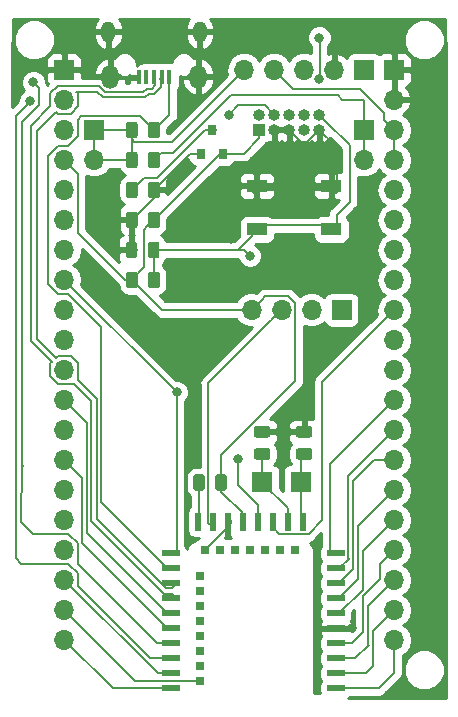
<source format=gbr>
G04 #@! TF.GenerationSoftware,KiCad,Pcbnew,5.0.1*
G04 #@! TF.CreationDate,2019-01-03T14:53:17+01:00*
G04 #@! TF.ProjectId,e73-c,6537332D632E6B696361645F70636200,rev?*
G04 #@! TF.SameCoordinates,Original*
G04 #@! TF.FileFunction,Copper,L1,Top,Signal*
G04 #@! TF.FilePolarity,Positive*
%FSLAX46Y46*%
G04 Gerber Fmt 4.6, Leading zero omitted, Abs format (unit mm)*
G04 Created by KiCad (PCBNEW 5.0.1) date do 03 jan 2019 14:53:17 CET*
%MOMM*%
%LPD*%
G01*
G04 APERTURE LIST*
G04 #@! TA.AperFunction,SMDPad,CuDef*
%ADD10R,1.800000X1.100000*%
G04 #@! TD*
G04 #@! TA.AperFunction,SMDPad,CuDef*
%ADD11R,1.500000X0.500000*%
G04 #@! TD*
G04 #@! TA.AperFunction,ComponentPad*
%ADD12R,0.750000X0.750000*%
G04 #@! TD*
G04 #@! TA.AperFunction,SMDPad,CuDef*
%ADD13R,0.500000X1.500000*%
G04 #@! TD*
G04 #@! TA.AperFunction,ComponentPad*
%ADD14R,1.700000X1.700000*%
G04 #@! TD*
G04 #@! TA.AperFunction,ComponentPad*
%ADD15O,1.700000X1.700000*%
G04 #@! TD*
G04 #@! TA.AperFunction,Conductor*
%ADD16C,0.100000*%
G04 #@! TD*
G04 #@! TA.AperFunction,SMDPad,CuDef*
%ADD17C,0.975000*%
G04 #@! TD*
G04 #@! TA.AperFunction,SMDPad,CuDef*
%ADD18R,0.800000X0.900000*%
G04 #@! TD*
G04 #@! TA.AperFunction,SMDPad,CuDef*
%ADD19R,0.450000X1.300000*%
G04 #@! TD*
G04 #@! TA.AperFunction,ComponentPad*
%ADD20O,1.450000X2.000000*%
G04 #@! TD*
G04 #@! TA.AperFunction,ComponentPad*
%ADD21O,1.150000X1.800000*%
G04 #@! TD*
G04 #@! TA.AperFunction,ComponentPad*
%ADD22R,1.000000X1.000000*%
G04 #@! TD*
G04 #@! TA.AperFunction,ComponentPad*
%ADD23O,1.000000X1.000000*%
G04 #@! TD*
G04 #@! TA.AperFunction,SMDPad,CuDef*
%ADD24R,1.750000X1.800000*%
G04 #@! TD*
G04 #@! TA.AperFunction,ViaPad*
%ADD25C,0.800000*%
G04 #@! TD*
G04 #@! TA.AperFunction,Conductor*
%ADD26C,0.200000*%
G04 #@! TD*
G04 #@! TA.AperFunction,Conductor*
%ADD27C,0.254000*%
G04 #@! TD*
G04 APERTURE END LIST*
D10*
G04 #@! TO.P,SW1,1*
G04 #@! TO.N,!RST*
X159785000Y-69390000D03*
G04 #@! TO.P,SW1,2*
G04 #@! TO.N,GND*
X159785000Y-65690000D03*
G04 #@! TO.P,SW1,1*
G04 #@! TO.N,!RST*
X153485000Y-69390000D03*
G04 #@! TO.P,SW1,2*
G04 #@! TO.N,GND*
X153485000Y-65690000D03*
G04 #@! TD*
D11*
G04 #@! TO.P,U1,1*
G04 #@! TO.N,42*
X160185000Y-108245000D03*
G04 #@! TO.P,U1,2*
G04 #@! TO.N,41*
X160185000Y-106975000D03*
G04 #@! TO.P,U1,3*
G04 #@! TO.N,3*
X160185000Y-105705000D03*
G04 #@! TO.P,U1,4*
G04 #@! TO.N,28*
X160185000Y-104435000D03*
G04 #@! TO.P,U1,5*
G04 #@! TO.N,GND*
X160185000Y-103165000D03*
G04 #@! TO.P,U1,6*
G04 #@! TO.N,44*
X160185000Y-101895000D03*
G04 #@! TO.P,U1,7*
G04 #@! TO.N,2*
X160185000Y-100625000D03*
G04 #@! TO.P,U1,8*
G04 #@! TO.N,29*
X160185000Y-99355000D03*
G04 #@! TO.P,U1,9*
G04 #@! TO.N,31*
X160185000Y-98085000D03*
G04 #@! TO.P,U1,10*
G04 #@! TO.N,30*
X160185000Y-96815000D03*
D12*
G04 #@! TO.P,U1,12*
G04 #@! TO.N,26*
X156740000Y-96515000D03*
G04 #@! TO.P,U1,14*
G04 #@! TO.N,6*
X155470000Y-96515000D03*
G04 #@! TO.P,U1,16*
G04 #@! TO.N,8*
X154200000Y-96515000D03*
G04 #@! TO.P,U1,18*
G04 #@! TO.N,4*
X152930000Y-96515000D03*
G04 #@! TO.P,U1,20*
G04 #@! TO.N,12*
X151660000Y-96515000D03*
G04 #@! TO.P,U1,22*
G04 #@! TO.N,7*
X150390000Y-96515000D03*
G04 #@! TO.P,U1,24*
G04 #@! TO.N,GND*
X149120000Y-96515000D03*
D13*
G04 #@! TO.P,U1,11*
G04 #@! TO.N,XL1*
X157375000Y-94115000D03*
G04 #@! TO.P,U1,13*
G04 #@! TO.N,XL2*
X156105000Y-94115000D03*
G04 #@! TO.P,U1,15*
G04 #@! TO.N,5*
X154835000Y-94115000D03*
G04 #@! TO.P,U1,17*
G04 #@! TO.N,40*
X153565000Y-94115000D03*
G04 #@! TO.P,U1,19*
G04 #@! TO.N,VDD*
X152295000Y-94115000D03*
G04 #@! TO.P,U1,21*
G04 #@! TO.N,GND*
X151025000Y-94115000D03*
G04 #@! TO.P,U1,23*
G04 #@! TO.N,VDDH*
X149755000Y-94115000D03*
G04 #@! TO.P,U1,25*
G04 #@! TO.N,Net-(L2-Pad2)*
X148485000Y-94115000D03*
D12*
G04 #@! TO.P,U1,42*
G04 #@! TO.N,38*
X148685000Y-107610000D03*
G04 #@! TO.P,U1,40*
G04 #@! TO.N,36*
X148685000Y-106340000D03*
G04 #@! TO.P,U1,38*
G04 #@! TO.N,34*
X148685000Y-105070000D03*
G04 #@! TO.P,U1,36*
G04 #@! TO.N,32*
X148685000Y-103800000D03*
G04 #@! TO.P,U1,34*
G04 #@! TO.N,22*
X148685000Y-102530000D03*
G04 #@! TO.P,U1,32*
G04 #@! TO.N,20*
X148685000Y-101260000D03*
G04 #@! TO.P,U1,30*
G04 #@! TO.N,17*
X148685000Y-99990000D03*
G04 #@! TO.P,U1,28*
G04 #@! TO.N,15*
X148685000Y-98720000D03*
D11*
G04 #@! TO.P,U1,43*
G04 #@! TO.N,10*
X146185000Y-108245000D03*
G04 #@! TO.P,U1,41*
G04 #@! TO.N,9*
X146185000Y-106975000D03*
G04 #@! TO.P,U1,39*
G04 #@! TO.N,SWDCLK*
X146185000Y-105705000D03*
G04 #@! TO.P,U1,37*
G04 #@! TO.N,SWDIO*
X146185000Y-104435000D03*
G04 #@! TO.P,U1,35*
G04 #@! TO.N,24*
X146185000Y-103165000D03*
G04 #@! TO.P,U1,33*
G04 #@! TO.N,13*
X146185000Y-101895000D03*
G04 #@! TO.P,U1,31*
G04 #@! TO.N,D+*
X146185000Y-100625000D03*
G04 #@! TO.P,U1,29*
G04 #@! TO.N,D-*
X146185000Y-99355000D03*
G04 #@! TO.P,U1,27*
G04 #@! TO.N,VBUS*
X146185000Y-98085000D03*
G04 #@! TO.P,U1,26*
G04 #@! TO.N,18*
X146185000Y-96815000D03*
G04 #@! TD*
D14*
G04 #@! TO.P,J6,1*
G04 #@! TO.N,LDO_IN*
X160655000Y-76200000D03*
D15*
G04 #@! TO.P,J6,2*
G04 #@! TO.N,5V*
X158115000Y-76200000D03*
G04 #@! TO.P,J6,3*
G04 #@! TO.N,VDDH*
X155575000Y-76200000D03*
G04 #@! TO.P,J6,4*
G04 #@! TO.N,VDD*
X153035000Y-76200000D03*
G04 #@! TD*
D16*
G04 #@! TO.N,5V*
G04 #@! TO.C,D2*
G36*
X143172642Y-60261174D02*
X143196303Y-60264684D01*
X143219507Y-60270496D01*
X143242029Y-60278554D01*
X143263653Y-60288782D01*
X143284170Y-60301079D01*
X143303383Y-60315329D01*
X143321107Y-60331393D01*
X143337171Y-60349117D01*
X143351421Y-60368330D01*
X143363718Y-60388847D01*
X143373946Y-60410471D01*
X143382004Y-60432993D01*
X143387816Y-60456197D01*
X143391326Y-60479858D01*
X143392500Y-60503750D01*
X143392500Y-61416250D01*
X143391326Y-61440142D01*
X143387816Y-61463803D01*
X143382004Y-61487007D01*
X143373946Y-61509529D01*
X143363718Y-61531153D01*
X143351421Y-61551670D01*
X143337171Y-61570883D01*
X143321107Y-61588607D01*
X143303383Y-61604671D01*
X143284170Y-61618921D01*
X143263653Y-61631218D01*
X143242029Y-61641446D01*
X143219507Y-61649504D01*
X143196303Y-61655316D01*
X143172642Y-61658826D01*
X143148750Y-61660000D01*
X142661250Y-61660000D01*
X142637358Y-61658826D01*
X142613697Y-61655316D01*
X142590493Y-61649504D01*
X142567971Y-61641446D01*
X142546347Y-61631218D01*
X142525830Y-61618921D01*
X142506617Y-61604671D01*
X142488893Y-61588607D01*
X142472829Y-61570883D01*
X142458579Y-61551670D01*
X142446282Y-61531153D01*
X142436054Y-61509529D01*
X142427996Y-61487007D01*
X142422184Y-61463803D01*
X142418674Y-61440142D01*
X142417500Y-61416250D01*
X142417500Y-60503750D01*
X142418674Y-60479858D01*
X142422184Y-60456197D01*
X142427996Y-60432993D01*
X142436054Y-60410471D01*
X142446282Y-60388847D01*
X142458579Y-60368330D01*
X142472829Y-60349117D01*
X142488893Y-60331393D01*
X142506617Y-60315329D01*
X142525830Y-60301079D01*
X142546347Y-60288782D01*
X142567971Y-60278554D01*
X142590493Y-60270496D01*
X142613697Y-60264684D01*
X142637358Y-60261174D01*
X142661250Y-60260000D01*
X143148750Y-60260000D01*
X143172642Y-60261174D01*
X143172642Y-60261174D01*
G37*
D17*
G04 #@! TD*
G04 #@! TO.P,D2,1*
G04 #@! TO.N,5V*
X142905000Y-60960000D03*
D16*
G04 #@! TO.N,VBUS*
G04 #@! TO.C,D2*
G36*
X145047642Y-60261174D02*
X145071303Y-60264684D01*
X145094507Y-60270496D01*
X145117029Y-60278554D01*
X145138653Y-60288782D01*
X145159170Y-60301079D01*
X145178383Y-60315329D01*
X145196107Y-60331393D01*
X145212171Y-60349117D01*
X145226421Y-60368330D01*
X145238718Y-60388847D01*
X145248946Y-60410471D01*
X145257004Y-60432993D01*
X145262816Y-60456197D01*
X145266326Y-60479858D01*
X145267500Y-60503750D01*
X145267500Y-61416250D01*
X145266326Y-61440142D01*
X145262816Y-61463803D01*
X145257004Y-61487007D01*
X145248946Y-61509529D01*
X145238718Y-61531153D01*
X145226421Y-61551670D01*
X145212171Y-61570883D01*
X145196107Y-61588607D01*
X145178383Y-61604671D01*
X145159170Y-61618921D01*
X145138653Y-61631218D01*
X145117029Y-61641446D01*
X145094507Y-61649504D01*
X145071303Y-61655316D01*
X145047642Y-61658826D01*
X145023750Y-61660000D01*
X144536250Y-61660000D01*
X144512358Y-61658826D01*
X144488697Y-61655316D01*
X144465493Y-61649504D01*
X144442971Y-61641446D01*
X144421347Y-61631218D01*
X144400830Y-61618921D01*
X144381617Y-61604671D01*
X144363893Y-61588607D01*
X144347829Y-61570883D01*
X144333579Y-61551670D01*
X144321282Y-61531153D01*
X144311054Y-61509529D01*
X144302996Y-61487007D01*
X144297184Y-61463803D01*
X144293674Y-61440142D01*
X144292500Y-61416250D01*
X144292500Y-60503750D01*
X144293674Y-60479858D01*
X144297184Y-60456197D01*
X144302996Y-60432993D01*
X144311054Y-60410471D01*
X144321282Y-60388847D01*
X144333579Y-60368330D01*
X144347829Y-60349117D01*
X144363893Y-60331393D01*
X144381617Y-60315329D01*
X144400830Y-60301079D01*
X144421347Y-60288782D01*
X144442971Y-60278554D01*
X144465493Y-60270496D01*
X144488697Y-60264684D01*
X144512358Y-60261174D01*
X144536250Y-60260000D01*
X145023750Y-60260000D01*
X145047642Y-60261174D01*
X145047642Y-60261174D01*
G37*
D17*
G04 #@! TD*
G04 #@! TO.P,D2,2*
G04 #@! TO.N,VBUS*
X144780000Y-60960000D03*
D15*
G04 #@! TO.P,J7,2*
G04 #@! TO.N,VBAT*
X162560000Y-63500000D03*
D14*
G04 #@! TO.P,J7,1*
X162560000Y-60960000D03*
G04 #@! TD*
G04 #@! TO.P,J4,1*
G04 #@! TO.N,5V*
X139700000Y-60960000D03*
D15*
G04 #@! TO.P,J4,2*
X139700000Y-63500000D03*
G04 #@! TD*
D14*
G04 #@! TO.P,J3,1*
G04 #@! TO.N,SWDIO*
X162560000Y-55880000D03*
D15*
G04 #@! TO.P,J3,2*
G04 #@! TO.N,GND*
X160020000Y-55880000D03*
G04 #@! TO.P,J3,3*
G04 #@! TO.N,SWDCLK*
X157480000Y-55880000D03*
G04 #@! TO.P,J3,4*
G04 #@! TO.N,VDD*
X154940000Y-55880000D03*
G04 #@! TO.P,J3,5*
G04 #@! TO.N,5V*
X152400000Y-55880000D03*
G04 #@! TD*
D16*
G04 #@! TO.N,5V*
G04 #@! TO.C,D1*
G36*
X143172642Y-62801174D02*
X143196303Y-62804684D01*
X143219507Y-62810496D01*
X143242029Y-62818554D01*
X143263653Y-62828782D01*
X143284170Y-62841079D01*
X143303383Y-62855329D01*
X143321107Y-62871393D01*
X143337171Y-62889117D01*
X143351421Y-62908330D01*
X143363718Y-62928847D01*
X143373946Y-62950471D01*
X143382004Y-62972993D01*
X143387816Y-62996197D01*
X143391326Y-63019858D01*
X143392500Y-63043750D01*
X143392500Y-63956250D01*
X143391326Y-63980142D01*
X143387816Y-64003803D01*
X143382004Y-64027007D01*
X143373946Y-64049529D01*
X143363718Y-64071153D01*
X143351421Y-64091670D01*
X143337171Y-64110883D01*
X143321107Y-64128607D01*
X143303383Y-64144671D01*
X143284170Y-64158921D01*
X143263653Y-64171218D01*
X143242029Y-64181446D01*
X143219507Y-64189504D01*
X143196303Y-64195316D01*
X143172642Y-64198826D01*
X143148750Y-64200000D01*
X142661250Y-64200000D01*
X142637358Y-64198826D01*
X142613697Y-64195316D01*
X142590493Y-64189504D01*
X142567971Y-64181446D01*
X142546347Y-64171218D01*
X142525830Y-64158921D01*
X142506617Y-64144671D01*
X142488893Y-64128607D01*
X142472829Y-64110883D01*
X142458579Y-64091670D01*
X142446282Y-64071153D01*
X142436054Y-64049529D01*
X142427996Y-64027007D01*
X142422184Y-64003803D01*
X142418674Y-63980142D01*
X142417500Y-63956250D01*
X142417500Y-63043750D01*
X142418674Y-63019858D01*
X142422184Y-62996197D01*
X142427996Y-62972993D01*
X142436054Y-62950471D01*
X142446282Y-62928847D01*
X142458579Y-62908330D01*
X142472829Y-62889117D01*
X142488893Y-62871393D01*
X142506617Y-62855329D01*
X142525830Y-62841079D01*
X142546347Y-62828782D01*
X142567971Y-62818554D01*
X142590493Y-62810496D01*
X142613697Y-62804684D01*
X142637358Y-62801174D01*
X142661250Y-62800000D01*
X143148750Y-62800000D01*
X143172642Y-62801174D01*
X143172642Y-62801174D01*
G37*
D17*
G04 #@! TD*
G04 #@! TO.P,D1,1*
G04 #@! TO.N,5V*
X142905000Y-63500000D03*
D16*
G04 #@! TO.N,VBAT*
G04 #@! TO.C,D1*
G36*
X145047642Y-62801174D02*
X145071303Y-62804684D01*
X145094507Y-62810496D01*
X145117029Y-62818554D01*
X145138653Y-62828782D01*
X145159170Y-62841079D01*
X145178383Y-62855329D01*
X145196107Y-62871393D01*
X145212171Y-62889117D01*
X145226421Y-62908330D01*
X145238718Y-62928847D01*
X145248946Y-62950471D01*
X145257004Y-62972993D01*
X145262816Y-62996197D01*
X145266326Y-63019858D01*
X145267500Y-63043750D01*
X145267500Y-63956250D01*
X145266326Y-63980142D01*
X145262816Y-64003803D01*
X145257004Y-64027007D01*
X145248946Y-64049529D01*
X145238718Y-64071153D01*
X145226421Y-64091670D01*
X145212171Y-64110883D01*
X145196107Y-64128607D01*
X145178383Y-64144671D01*
X145159170Y-64158921D01*
X145138653Y-64171218D01*
X145117029Y-64181446D01*
X145094507Y-64189504D01*
X145071303Y-64195316D01*
X145047642Y-64198826D01*
X145023750Y-64200000D01*
X144536250Y-64200000D01*
X144512358Y-64198826D01*
X144488697Y-64195316D01*
X144465493Y-64189504D01*
X144442971Y-64181446D01*
X144421347Y-64171218D01*
X144400830Y-64158921D01*
X144381617Y-64144671D01*
X144363893Y-64128607D01*
X144347829Y-64110883D01*
X144333579Y-64091670D01*
X144321282Y-64071153D01*
X144311054Y-64049529D01*
X144302996Y-64027007D01*
X144297184Y-64003803D01*
X144293674Y-63980142D01*
X144292500Y-63956250D01*
X144292500Y-63043750D01*
X144293674Y-63019858D01*
X144297184Y-62996197D01*
X144302996Y-62972993D01*
X144311054Y-62950471D01*
X144321282Y-62928847D01*
X144333579Y-62908330D01*
X144347829Y-62889117D01*
X144363893Y-62871393D01*
X144381617Y-62855329D01*
X144400830Y-62841079D01*
X144421347Y-62828782D01*
X144442971Y-62818554D01*
X144465493Y-62810496D01*
X144488697Y-62804684D01*
X144512358Y-62801174D01*
X144536250Y-62800000D01*
X145023750Y-62800000D01*
X145047642Y-62801174D01*
X145047642Y-62801174D01*
G37*
D17*
G04 #@! TD*
G04 #@! TO.P,D1,2*
G04 #@! TO.N,VBAT*
X144780000Y-63500000D03*
D16*
G04 #@! TO.N,VDD*
G04 #@! TO.C,C2*
G36*
X145047642Y-67881174D02*
X145071303Y-67884684D01*
X145094507Y-67890496D01*
X145117029Y-67898554D01*
X145138653Y-67908782D01*
X145159170Y-67921079D01*
X145178383Y-67935329D01*
X145196107Y-67951393D01*
X145212171Y-67969117D01*
X145226421Y-67988330D01*
X145238718Y-68008847D01*
X145248946Y-68030471D01*
X145257004Y-68052993D01*
X145262816Y-68076197D01*
X145266326Y-68099858D01*
X145267500Y-68123750D01*
X145267500Y-69036250D01*
X145266326Y-69060142D01*
X145262816Y-69083803D01*
X145257004Y-69107007D01*
X145248946Y-69129529D01*
X145238718Y-69151153D01*
X145226421Y-69171670D01*
X145212171Y-69190883D01*
X145196107Y-69208607D01*
X145178383Y-69224671D01*
X145159170Y-69238921D01*
X145138653Y-69251218D01*
X145117029Y-69261446D01*
X145094507Y-69269504D01*
X145071303Y-69275316D01*
X145047642Y-69278826D01*
X145023750Y-69280000D01*
X144536250Y-69280000D01*
X144512358Y-69278826D01*
X144488697Y-69275316D01*
X144465493Y-69269504D01*
X144442971Y-69261446D01*
X144421347Y-69251218D01*
X144400830Y-69238921D01*
X144381617Y-69224671D01*
X144363893Y-69208607D01*
X144347829Y-69190883D01*
X144333579Y-69171670D01*
X144321282Y-69151153D01*
X144311054Y-69129529D01*
X144302996Y-69107007D01*
X144297184Y-69083803D01*
X144293674Y-69060142D01*
X144292500Y-69036250D01*
X144292500Y-68123750D01*
X144293674Y-68099858D01*
X144297184Y-68076197D01*
X144302996Y-68052993D01*
X144311054Y-68030471D01*
X144321282Y-68008847D01*
X144333579Y-67988330D01*
X144347829Y-67969117D01*
X144363893Y-67951393D01*
X144381617Y-67935329D01*
X144400830Y-67921079D01*
X144421347Y-67908782D01*
X144442971Y-67898554D01*
X144465493Y-67890496D01*
X144488697Y-67884684D01*
X144512358Y-67881174D01*
X144536250Y-67880000D01*
X145023750Y-67880000D01*
X145047642Y-67881174D01*
X145047642Y-67881174D01*
G37*
D17*
G04 #@! TD*
G04 #@! TO.P,C2,1*
G04 #@! TO.N,VDD*
X144780000Y-68580000D03*
D16*
G04 #@! TO.N,GND*
G04 #@! TO.C,C2*
G36*
X143172642Y-67881174D02*
X143196303Y-67884684D01*
X143219507Y-67890496D01*
X143242029Y-67898554D01*
X143263653Y-67908782D01*
X143284170Y-67921079D01*
X143303383Y-67935329D01*
X143321107Y-67951393D01*
X143337171Y-67969117D01*
X143351421Y-67988330D01*
X143363718Y-68008847D01*
X143373946Y-68030471D01*
X143382004Y-68052993D01*
X143387816Y-68076197D01*
X143391326Y-68099858D01*
X143392500Y-68123750D01*
X143392500Y-69036250D01*
X143391326Y-69060142D01*
X143387816Y-69083803D01*
X143382004Y-69107007D01*
X143373946Y-69129529D01*
X143363718Y-69151153D01*
X143351421Y-69171670D01*
X143337171Y-69190883D01*
X143321107Y-69208607D01*
X143303383Y-69224671D01*
X143284170Y-69238921D01*
X143263653Y-69251218D01*
X143242029Y-69261446D01*
X143219507Y-69269504D01*
X143196303Y-69275316D01*
X143172642Y-69278826D01*
X143148750Y-69280000D01*
X142661250Y-69280000D01*
X142637358Y-69278826D01*
X142613697Y-69275316D01*
X142590493Y-69269504D01*
X142567971Y-69261446D01*
X142546347Y-69251218D01*
X142525830Y-69238921D01*
X142506617Y-69224671D01*
X142488893Y-69208607D01*
X142472829Y-69190883D01*
X142458579Y-69171670D01*
X142446282Y-69151153D01*
X142436054Y-69129529D01*
X142427996Y-69107007D01*
X142422184Y-69083803D01*
X142418674Y-69060142D01*
X142417500Y-69036250D01*
X142417500Y-68123750D01*
X142418674Y-68099858D01*
X142422184Y-68076197D01*
X142427996Y-68052993D01*
X142436054Y-68030471D01*
X142446282Y-68008847D01*
X142458579Y-67988330D01*
X142472829Y-67969117D01*
X142488893Y-67951393D01*
X142506617Y-67935329D01*
X142525830Y-67921079D01*
X142546347Y-67908782D01*
X142567971Y-67898554D01*
X142590493Y-67890496D01*
X142613697Y-67884684D01*
X142637358Y-67881174D01*
X142661250Y-67880000D01*
X143148750Y-67880000D01*
X143172642Y-67881174D01*
X143172642Y-67881174D01*
G37*
D17*
G04 #@! TD*
G04 #@! TO.P,C2,2*
G04 #@! TO.N,GND*
X142905000Y-68580000D03*
D16*
G04 #@! TO.N,GND*
G04 #@! TO.C,C3*
G36*
X157960142Y-86030674D02*
X157983803Y-86034184D01*
X158007007Y-86039996D01*
X158029529Y-86048054D01*
X158051153Y-86058282D01*
X158071670Y-86070579D01*
X158090883Y-86084829D01*
X158108607Y-86100893D01*
X158124671Y-86118617D01*
X158138921Y-86137830D01*
X158151218Y-86158347D01*
X158161446Y-86179971D01*
X158169504Y-86202493D01*
X158175316Y-86225697D01*
X158178826Y-86249358D01*
X158180000Y-86273250D01*
X158180000Y-86760750D01*
X158178826Y-86784642D01*
X158175316Y-86808303D01*
X158169504Y-86831507D01*
X158161446Y-86854029D01*
X158151218Y-86875653D01*
X158138921Y-86896170D01*
X158124671Y-86915383D01*
X158108607Y-86933107D01*
X158090883Y-86949171D01*
X158071670Y-86963421D01*
X158051153Y-86975718D01*
X158029529Y-86985946D01*
X158007007Y-86994004D01*
X157983803Y-86999816D01*
X157960142Y-87003326D01*
X157936250Y-87004500D01*
X157023750Y-87004500D01*
X156999858Y-87003326D01*
X156976197Y-86999816D01*
X156952993Y-86994004D01*
X156930471Y-86985946D01*
X156908847Y-86975718D01*
X156888330Y-86963421D01*
X156869117Y-86949171D01*
X156851393Y-86933107D01*
X156835329Y-86915383D01*
X156821079Y-86896170D01*
X156808782Y-86875653D01*
X156798554Y-86854029D01*
X156790496Y-86831507D01*
X156784684Y-86808303D01*
X156781174Y-86784642D01*
X156780000Y-86760750D01*
X156780000Y-86273250D01*
X156781174Y-86249358D01*
X156784684Y-86225697D01*
X156790496Y-86202493D01*
X156798554Y-86179971D01*
X156808782Y-86158347D01*
X156821079Y-86137830D01*
X156835329Y-86118617D01*
X156851393Y-86100893D01*
X156869117Y-86084829D01*
X156888330Y-86070579D01*
X156908847Y-86058282D01*
X156930471Y-86048054D01*
X156952993Y-86039996D01*
X156976197Y-86034184D01*
X156999858Y-86030674D01*
X157023750Y-86029500D01*
X157936250Y-86029500D01*
X157960142Y-86030674D01*
X157960142Y-86030674D01*
G37*
D17*
G04 #@! TD*
G04 #@! TO.P,C3,2*
G04 #@! TO.N,GND*
X157480000Y-86517000D03*
D16*
G04 #@! TO.N,XL1*
G04 #@! TO.C,C3*
G36*
X157960142Y-87905674D02*
X157983803Y-87909184D01*
X158007007Y-87914996D01*
X158029529Y-87923054D01*
X158051153Y-87933282D01*
X158071670Y-87945579D01*
X158090883Y-87959829D01*
X158108607Y-87975893D01*
X158124671Y-87993617D01*
X158138921Y-88012830D01*
X158151218Y-88033347D01*
X158161446Y-88054971D01*
X158169504Y-88077493D01*
X158175316Y-88100697D01*
X158178826Y-88124358D01*
X158180000Y-88148250D01*
X158180000Y-88635750D01*
X158178826Y-88659642D01*
X158175316Y-88683303D01*
X158169504Y-88706507D01*
X158161446Y-88729029D01*
X158151218Y-88750653D01*
X158138921Y-88771170D01*
X158124671Y-88790383D01*
X158108607Y-88808107D01*
X158090883Y-88824171D01*
X158071670Y-88838421D01*
X158051153Y-88850718D01*
X158029529Y-88860946D01*
X158007007Y-88869004D01*
X157983803Y-88874816D01*
X157960142Y-88878326D01*
X157936250Y-88879500D01*
X157023750Y-88879500D01*
X156999858Y-88878326D01*
X156976197Y-88874816D01*
X156952993Y-88869004D01*
X156930471Y-88860946D01*
X156908847Y-88850718D01*
X156888330Y-88838421D01*
X156869117Y-88824171D01*
X156851393Y-88808107D01*
X156835329Y-88790383D01*
X156821079Y-88771170D01*
X156808782Y-88750653D01*
X156798554Y-88729029D01*
X156790496Y-88706507D01*
X156784684Y-88683303D01*
X156781174Y-88659642D01*
X156780000Y-88635750D01*
X156780000Y-88148250D01*
X156781174Y-88124358D01*
X156784684Y-88100697D01*
X156790496Y-88077493D01*
X156798554Y-88054971D01*
X156808782Y-88033347D01*
X156821079Y-88012830D01*
X156835329Y-87993617D01*
X156851393Y-87975893D01*
X156869117Y-87959829D01*
X156888330Y-87945579D01*
X156908847Y-87933282D01*
X156930471Y-87923054D01*
X156952993Y-87914996D01*
X156976197Y-87909184D01*
X156999858Y-87905674D01*
X157023750Y-87904500D01*
X157936250Y-87904500D01*
X157960142Y-87905674D01*
X157960142Y-87905674D01*
G37*
D17*
G04 #@! TD*
G04 #@! TO.P,C3,1*
G04 #@! TO.N,XL1*
X157480000Y-88392000D03*
D16*
G04 #@! TO.N,XL2*
G04 #@! TO.C,C4*
G36*
X154404142Y-87905674D02*
X154427803Y-87909184D01*
X154451007Y-87914996D01*
X154473529Y-87923054D01*
X154495153Y-87933282D01*
X154515670Y-87945579D01*
X154534883Y-87959829D01*
X154552607Y-87975893D01*
X154568671Y-87993617D01*
X154582921Y-88012830D01*
X154595218Y-88033347D01*
X154605446Y-88054971D01*
X154613504Y-88077493D01*
X154619316Y-88100697D01*
X154622826Y-88124358D01*
X154624000Y-88148250D01*
X154624000Y-88635750D01*
X154622826Y-88659642D01*
X154619316Y-88683303D01*
X154613504Y-88706507D01*
X154605446Y-88729029D01*
X154595218Y-88750653D01*
X154582921Y-88771170D01*
X154568671Y-88790383D01*
X154552607Y-88808107D01*
X154534883Y-88824171D01*
X154515670Y-88838421D01*
X154495153Y-88850718D01*
X154473529Y-88860946D01*
X154451007Y-88869004D01*
X154427803Y-88874816D01*
X154404142Y-88878326D01*
X154380250Y-88879500D01*
X153467750Y-88879500D01*
X153443858Y-88878326D01*
X153420197Y-88874816D01*
X153396993Y-88869004D01*
X153374471Y-88860946D01*
X153352847Y-88850718D01*
X153332330Y-88838421D01*
X153313117Y-88824171D01*
X153295393Y-88808107D01*
X153279329Y-88790383D01*
X153265079Y-88771170D01*
X153252782Y-88750653D01*
X153242554Y-88729029D01*
X153234496Y-88706507D01*
X153228684Y-88683303D01*
X153225174Y-88659642D01*
X153224000Y-88635750D01*
X153224000Y-88148250D01*
X153225174Y-88124358D01*
X153228684Y-88100697D01*
X153234496Y-88077493D01*
X153242554Y-88054971D01*
X153252782Y-88033347D01*
X153265079Y-88012830D01*
X153279329Y-87993617D01*
X153295393Y-87975893D01*
X153313117Y-87959829D01*
X153332330Y-87945579D01*
X153352847Y-87933282D01*
X153374471Y-87923054D01*
X153396993Y-87914996D01*
X153420197Y-87909184D01*
X153443858Y-87905674D01*
X153467750Y-87904500D01*
X154380250Y-87904500D01*
X154404142Y-87905674D01*
X154404142Y-87905674D01*
G37*
D17*
G04 #@! TD*
G04 #@! TO.P,C4,1*
G04 #@! TO.N,XL2*
X153924000Y-88392000D03*
D16*
G04 #@! TO.N,GND*
G04 #@! TO.C,C4*
G36*
X154404142Y-86030674D02*
X154427803Y-86034184D01*
X154451007Y-86039996D01*
X154473529Y-86048054D01*
X154495153Y-86058282D01*
X154515670Y-86070579D01*
X154534883Y-86084829D01*
X154552607Y-86100893D01*
X154568671Y-86118617D01*
X154582921Y-86137830D01*
X154595218Y-86158347D01*
X154605446Y-86179971D01*
X154613504Y-86202493D01*
X154619316Y-86225697D01*
X154622826Y-86249358D01*
X154624000Y-86273250D01*
X154624000Y-86760750D01*
X154622826Y-86784642D01*
X154619316Y-86808303D01*
X154613504Y-86831507D01*
X154605446Y-86854029D01*
X154595218Y-86875653D01*
X154582921Y-86896170D01*
X154568671Y-86915383D01*
X154552607Y-86933107D01*
X154534883Y-86949171D01*
X154515670Y-86963421D01*
X154495153Y-86975718D01*
X154473529Y-86985946D01*
X154451007Y-86994004D01*
X154427803Y-86999816D01*
X154404142Y-87003326D01*
X154380250Y-87004500D01*
X153467750Y-87004500D01*
X153443858Y-87003326D01*
X153420197Y-86999816D01*
X153396993Y-86994004D01*
X153374471Y-86985946D01*
X153352847Y-86975718D01*
X153332330Y-86963421D01*
X153313117Y-86949171D01*
X153295393Y-86933107D01*
X153279329Y-86915383D01*
X153265079Y-86896170D01*
X153252782Y-86875653D01*
X153242554Y-86854029D01*
X153234496Y-86831507D01*
X153228684Y-86808303D01*
X153225174Y-86784642D01*
X153224000Y-86760750D01*
X153224000Y-86273250D01*
X153225174Y-86249358D01*
X153228684Y-86225697D01*
X153234496Y-86202493D01*
X153242554Y-86179971D01*
X153252782Y-86158347D01*
X153265079Y-86137830D01*
X153279329Y-86118617D01*
X153295393Y-86100893D01*
X153313117Y-86084829D01*
X153332330Y-86070579D01*
X153352847Y-86058282D01*
X153374471Y-86048054D01*
X153396993Y-86039996D01*
X153420197Y-86034184D01*
X153443858Y-86030674D01*
X153467750Y-86029500D01*
X154380250Y-86029500D01*
X154404142Y-86030674D01*
X154404142Y-86030674D01*
G37*
D17*
G04 #@! TD*
G04 #@! TO.P,C4,2*
G04 #@! TO.N,GND*
X153924000Y-86517000D03*
D16*
G04 #@! TO.N,!RST*
G04 #@! TO.C,C5*
G36*
X145017642Y-70421174D02*
X145041303Y-70424684D01*
X145064507Y-70430496D01*
X145087029Y-70438554D01*
X145108653Y-70448782D01*
X145129170Y-70461079D01*
X145148383Y-70475329D01*
X145166107Y-70491393D01*
X145182171Y-70509117D01*
X145196421Y-70528330D01*
X145208718Y-70548847D01*
X145218946Y-70570471D01*
X145227004Y-70592993D01*
X145232816Y-70616197D01*
X145236326Y-70639858D01*
X145237500Y-70663750D01*
X145237500Y-71576250D01*
X145236326Y-71600142D01*
X145232816Y-71623803D01*
X145227004Y-71647007D01*
X145218946Y-71669529D01*
X145208718Y-71691153D01*
X145196421Y-71711670D01*
X145182171Y-71730883D01*
X145166107Y-71748607D01*
X145148383Y-71764671D01*
X145129170Y-71778921D01*
X145108653Y-71791218D01*
X145087029Y-71801446D01*
X145064507Y-71809504D01*
X145041303Y-71815316D01*
X145017642Y-71818826D01*
X144993750Y-71820000D01*
X144506250Y-71820000D01*
X144482358Y-71818826D01*
X144458697Y-71815316D01*
X144435493Y-71809504D01*
X144412971Y-71801446D01*
X144391347Y-71791218D01*
X144370830Y-71778921D01*
X144351617Y-71764671D01*
X144333893Y-71748607D01*
X144317829Y-71730883D01*
X144303579Y-71711670D01*
X144291282Y-71691153D01*
X144281054Y-71669529D01*
X144272996Y-71647007D01*
X144267184Y-71623803D01*
X144263674Y-71600142D01*
X144262500Y-71576250D01*
X144262500Y-70663750D01*
X144263674Y-70639858D01*
X144267184Y-70616197D01*
X144272996Y-70592993D01*
X144281054Y-70570471D01*
X144291282Y-70548847D01*
X144303579Y-70528330D01*
X144317829Y-70509117D01*
X144333893Y-70491393D01*
X144351617Y-70475329D01*
X144370830Y-70461079D01*
X144391347Y-70448782D01*
X144412971Y-70438554D01*
X144435493Y-70430496D01*
X144458697Y-70424684D01*
X144482358Y-70421174D01*
X144506250Y-70420000D01*
X144993750Y-70420000D01*
X145017642Y-70421174D01*
X145017642Y-70421174D01*
G37*
D17*
G04 #@! TD*
G04 #@! TO.P,C5,2*
G04 #@! TO.N,!RST*
X144750000Y-71120000D03*
D16*
G04 #@! TO.N,GND*
G04 #@! TO.C,C5*
G36*
X143142642Y-70421174D02*
X143166303Y-70424684D01*
X143189507Y-70430496D01*
X143212029Y-70438554D01*
X143233653Y-70448782D01*
X143254170Y-70461079D01*
X143273383Y-70475329D01*
X143291107Y-70491393D01*
X143307171Y-70509117D01*
X143321421Y-70528330D01*
X143333718Y-70548847D01*
X143343946Y-70570471D01*
X143352004Y-70592993D01*
X143357816Y-70616197D01*
X143361326Y-70639858D01*
X143362500Y-70663750D01*
X143362500Y-71576250D01*
X143361326Y-71600142D01*
X143357816Y-71623803D01*
X143352004Y-71647007D01*
X143343946Y-71669529D01*
X143333718Y-71691153D01*
X143321421Y-71711670D01*
X143307171Y-71730883D01*
X143291107Y-71748607D01*
X143273383Y-71764671D01*
X143254170Y-71778921D01*
X143233653Y-71791218D01*
X143212029Y-71801446D01*
X143189507Y-71809504D01*
X143166303Y-71815316D01*
X143142642Y-71818826D01*
X143118750Y-71820000D01*
X142631250Y-71820000D01*
X142607358Y-71818826D01*
X142583697Y-71815316D01*
X142560493Y-71809504D01*
X142537971Y-71801446D01*
X142516347Y-71791218D01*
X142495830Y-71778921D01*
X142476617Y-71764671D01*
X142458893Y-71748607D01*
X142442829Y-71730883D01*
X142428579Y-71711670D01*
X142416282Y-71691153D01*
X142406054Y-71669529D01*
X142397996Y-71647007D01*
X142392184Y-71623803D01*
X142388674Y-71600142D01*
X142387500Y-71576250D01*
X142387500Y-70663750D01*
X142388674Y-70639858D01*
X142392184Y-70616197D01*
X142397996Y-70592993D01*
X142406054Y-70570471D01*
X142416282Y-70548847D01*
X142428579Y-70528330D01*
X142442829Y-70509117D01*
X142458893Y-70491393D01*
X142476617Y-70475329D01*
X142495830Y-70461079D01*
X142516347Y-70448782D01*
X142537971Y-70438554D01*
X142560493Y-70430496D01*
X142583697Y-70424684D01*
X142607358Y-70421174D01*
X142631250Y-70420000D01*
X143118750Y-70420000D01*
X143142642Y-70421174D01*
X143142642Y-70421174D01*
G37*
D17*
G04 #@! TD*
G04 #@! TO.P,C5,1*
G04 #@! TO.N,GND*
X142875000Y-71120000D03*
D16*
G04 #@! TO.N,LDO_IN*
G04 #@! TO.C,C1*
G36*
X143172642Y-65341174D02*
X143196303Y-65344684D01*
X143219507Y-65350496D01*
X143242029Y-65358554D01*
X143263653Y-65368782D01*
X143284170Y-65381079D01*
X143303383Y-65395329D01*
X143321107Y-65411393D01*
X143337171Y-65429117D01*
X143351421Y-65448330D01*
X143363718Y-65468847D01*
X143373946Y-65490471D01*
X143382004Y-65512993D01*
X143387816Y-65536197D01*
X143391326Y-65559858D01*
X143392500Y-65583750D01*
X143392500Y-66496250D01*
X143391326Y-66520142D01*
X143387816Y-66543803D01*
X143382004Y-66567007D01*
X143373946Y-66589529D01*
X143363718Y-66611153D01*
X143351421Y-66631670D01*
X143337171Y-66650883D01*
X143321107Y-66668607D01*
X143303383Y-66684671D01*
X143284170Y-66698921D01*
X143263653Y-66711218D01*
X143242029Y-66721446D01*
X143219507Y-66729504D01*
X143196303Y-66735316D01*
X143172642Y-66738826D01*
X143148750Y-66740000D01*
X142661250Y-66740000D01*
X142637358Y-66738826D01*
X142613697Y-66735316D01*
X142590493Y-66729504D01*
X142567971Y-66721446D01*
X142546347Y-66711218D01*
X142525830Y-66698921D01*
X142506617Y-66684671D01*
X142488893Y-66668607D01*
X142472829Y-66650883D01*
X142458579Y-66631670D01*
X142446282Y-66611153D01*
X142436054Y-66589529D01*
X142427996Y-66567007D01*
X142422184Y-66543803D01*
X142418674Y-66520142D01*
X142417500Y-66496250D01*
X142417500Y-65583750D01*
X142418674Y-65559858D01*
X142422184Y-65536197D01*
X142427996Y-65512993D01*
X142436054Y-65490471D01*
X142446282Y-65468847D01*
X142458579Y-65448330D01*
X142472829Y-65429117D01*
X142488893Y-65411393D01*
X142506617Y-65395329D01*
X142525830Y-65381079D01*
X142546347Y-65368782D01*
X142567971Y-65358554D01*
X142590493Y-65350496D01*
X142613697Y-65344684D01*
X142637358Y-65341174D01*
X142661250Y-65340000D01*
X143148750Y-65340000D01*
X143172642Y-65341174D01*
X143172642Y-65341174D01*
G37*
D17*
G04 #@! TD*
G04 #@! TO.P,C1,1*
G04 #@! TO.N,LDO_IN*
X142905000Y-66040000D03*
D16*
G04 #@! TO.N,GND*
G04 #@! TO.C,C1*
G36*
X145047642Y-65341174D02*
X145071303Y-65344684D01*
X145094507Y-65350496D01*
X145117029Y-65358554D01*
X145138653Y-65368782D01*
X145159170Y-65381079D01*
X145178383Y-65395329D01*
X145196107Y-65411393D01*
X145212171Y-65429117D01*
X145226421Y-65448330D01*
X145238718Y-65468847D01*
X145248946Y-65490471D01*
X145257004Y-65512993D01*
X145262816Y-65536197D01*
X145266326Y-65559858D01*
X145267500Y-65583750D01*
X145267500Y-66496250D01*
X145266326Y-66520142D01*
X145262816Y-66543803D01*
X145257004Y-66567007D01*
X145248946Y-66589529D01*
X145238718Y-66611153D01*
X145226421Y-66631670D01*
X145212171Y-66650883D01*
X145196107Y-66668607D01*
X145178383Y-66684671D01*
X145159170Y-66698921D01*
X145138653Y-66711218D01*
X145117029Y-66721446D01*
X145094507Y-66729504D01*
X145071303Y-66735316D01*
X145047642Y-66738826D01*
X145023750Y-66740000D01*
X144536250Y-66740000D01*
X144512358Y-66738826D01*
X144488697Y-66735316D01*
X144465493Y-66729504D01*
X144442971Y-66721446D01*
X144421347Y-66711218D01*
X144400830Y-66698921D01*
X144381617Y-66684671D01*
X144363893Y-66668607D01*
X144347829Y-66650883D01*
X144333579Y-66631670D01*
X144321282Y-66611153D01*
X144311054Y-66589529D01*
X144302996Y-66567007D01*
X144297184Y-66543803D01*
X144293674Y-66520142D01*
X144292500Y-66496250D01*
X144292500Y-65583750D01*
X144293674Y-65559858D01*
X144297184Y-65536197D01*
X144302996Y-65512993D01*
X144311054Y-65490471D01*
X144321282Y-65468847D01*
X144333579Y-65448330D01*
X144347829Y-65429117D01*
X144363893Y-65411393D01*
X144381617Y-65395329D01*
X144400830Y-65381079D01*
X144421347Y-65368782D01*
X144442971Y-65358554D01*
X144465493Y-65350496D01*
X144488697Y-65344684D01*
X144512358Y-65341174D01*
X144536250Y-65340000D01*
X145023750Y-65340000D01*
X145047642Y-65341174D01*
X145047642Y-65341174D01*
G37*
D17*
G04 #@! TD*
G04 #@! TO.P,C1,2*
G04 #@! TO.N,GND*
X144780000Y-66040000D03*
D16*
G04 #@! TO.N,VDD*
G04 #@! TO.C,L2*
G36*
X150732642Y-90106174D02*
X150756303Y-90109684D01*
X150779507Y-90115496D01*
X150802029Y-90123554D01*
X150823653Y-90133782D01*
X150844170Y-90146079D01*
X150863383Y-90160329D01*
X150881107Y-90176393D01*
X150897171Y-90194117D01*
X150911421Y-90213330D01*
X150923718Y-90233847D01*
X150933946Y-90255471D01*
X150942004Y-90277993D01*
X150947816Y-90301197D01*
X150951326Y-90324858D01*
X150952500Y-90348750D01*
X150952500Y-91261250D01*
X150951326Y-91285142D01*
X150947816Y-91308803D01*
X150942004Y-91332007D01*
X150933946Y-91354529D01*
X150923718Y-91376153D01*
X150911421Y-91396670D01*
X150897171Y-91415883D01*
X150881107Y-91433607D01*
X150863383Y-91449671D01*
X150844170Y-91463921D01*
X150823653Y-91476218D01*
X150802029Y-91486446D01*
X150779507Y-91494504D01*
X150756303Y-91500316D01*
X150732642Y-91503826D01*
X150708750Y-91505000D01*
X150221250Y-91505000D01*
X150197358Y-91503826D01*
X150173697Y-91500316D01*
X150150493Y-91494504D01*
X150127971Y-91486446D01*
X150106347Y-91476218D01*
X150085830Y-91463921D01*
X150066617Y-91449671D01*
X150048893Y-91433607D01*
X150032829Y-91415883D01*
X150018579Y-91396670D01*
X150006282Y-91376153D01*
X149996054Y-91354529D01*
X149987996Y-91332007D01*
X149982184Y-91308803D01*
X149978674Y-91285142D01*
X149977500Y-91261250D01*
X149977500Y-90348750D01*
X149978674Y-90324858D01*
X149982184Y-90301197D01*
X149987996Y-90277993D01*
X149996054Y-90255471D01*
X150006282Y-90233847D01*
X150018579Y-90213330D01*
X150032829Y-90194117D01*
X150048893Y-90176393D01*
X150066617Y-90160329D01*
X150085830Y-90146079D01*
X150106347Y-90133782D01*
X150127971Y-90123554D01*
X150150493Y-90115496D01*
X150173697Y-90109684D01*
X150197358Y-90106174D01*
X150221250Y-90105000D01*
X150708750Y-90105000D01*
X150732642Y-90106174D01*
X150732642Y-90106174D01*
G37*
D17*
G04 #@! TD*
G04 #@! TO.P,L2,1*
G04 #@! TO.N,VDD*
X150465000Y-90805000D03*
D16*
G04 #@! TO.N,Net-(L2-Pad2)*
G04 #@! TO.C,L2*
G36*
X148857642Y-90106174D02*
X148881303Y-90109684D01*
X148904507Y-90115496D01*
X148927029Y-90123554D01*
X148948653Y-90133782D01*
X148969170Y-90146079D01*
X148988383Y-90160329D01*
X149006107Y-90176393D01*
X149022171Y-90194117D01*
X149036421Y-90213330D01*
X149048718Y-90233847D01*
X149058946Y-90255471D01*
X149067004Y-90277993D01*
X149072816Y-90301197D01*
X149076326Y-90324858D01*
X149077500Y-90348750D01*
X149077500Y-91261250D01*
X149076326Y-91285142D01*
X149072816Y-91308803D01*
X149067004Y-91332007D01*
X149058946Y-91354529D01*
X149048718Y-91376153D01*
X149036421Y-91396670D01*
X149022171Y-91415883D01*
X149006107Y-91433607D01*
X148988383Y-91449671D01*
X148969170Y-91463921D01*
X148948653Y-91476218D01*
X148927029Y-91486446D01*
X148904507Y-91494504D01*
X148881303Y-91500316D01*
X148857642Y-91503826D01*
X148833750Y-91505000D01*
X148346250Y-91505000D01*
X148322358Y-91503826D01*
X148298697Y-91500316D01*
X148275493Y-91494504D01*
X148252971Y-91486446D01*
X148231347Y-91476218D01*
X148210830Y-91463921D01*
X148191617Y-91449671D01*
X148173893Y-91433607D01*
X148157829Y-91415883D01*
X148143579Y-91396670D01*
X148131282Y-91376153D01*
X148121054Y-91354529D01*
X148112996Y-91332007D01*
X148107184Y-91308803D01*
X148103674Y-91285142D01*
X148102500Y-91261250D01*
X148102500Y-90348750D01*
X148103674Y-90324858D01*
X148107184Y-90301197D01*
X148112996Y-90277993D01*
X148121054Y-90255471D01*
X148131282Y-90233847D01*
X148143579Y-90213330D01*
X148157829Y-90194117D01*
X148173893Y-90176393D01*
X148191617Y-90160329D01*
X148210830Y-90146079D01*
X148231347Y-90133782D01*
X148252971Y-90123554D01*
X148275493Y-90115496D01*
X148298697Y-90109684D01*
X148322358Y-90106174D01*
X148346250Y-90105000D01*
X148833750Y-90105000D01*
X148857642Y-90106174D01*
X148857642Y-90106174D01*
G37*
D17*
G04 #@! TD*
G04 #@! TO.P,L2,2*
G04 #@! TO.N,Net-(L2-Pad2)*
X148590000Y-90805000D03*
D16*
G04 #@! TO.N,VDD*
G04 #@! TO.C,R1*
G36*
X143172642Y-72961174D02*
X143196303Y-72964684D01*
X143219507Y-72970496D01*
X143242029Y-72978554D01*
X143263653Y-72988782D01*
X143284170Y-73001079D01*
X143303383Y-73015329D01*
X143321107Y-73031393D01*
X143337171Y-73049117D01*
X143351421Y-73068330D01*
X143363718Y-73088847D01*
X143373946Y-73110471D01*
X143382004Y-73132993D01*
X143387816Y-73156197D01*
X143391326Y-73179858D01*
X143392500Y-73203750D01*
X143392500Y-74116250D01*
X143391326Y-74140142D01*
X143387816Y-74163803D01*
X143382004Y-74187007D01*
X143373946Y-74209529D01*
X143363718Y-74231153D01*
X143351421Y-74251670D01*
X143337171Y-74270883D01*
X143321107Y-74288607D01*
X143303383Y-74304671D01*
X143284170Y-74318921D01*
X143263653Y-74331218D01*
X143242029Y-74341446D01*
X143219507Y-74349504D01*
X143196303Y-74355316D01*
X143172642Y-74358826D01*
X143148750Y-74360000D01*
X142661250Y-74360000D01*
X142637358Y-74358826D01*
X142613697Y-74355316D01*
X142590493Y-74349504D01*
X142567971Y-74341446D01*
X142546347Y-74331218D01*
X142525830Y-74318921D01*
X142506617Y-74304671D01*
X142488893Y-74288607D01*
X142472829Y-74270883D01*
X142458579Y-74251670D01*
X142446282Y-74231153D01*
X142436054Y-74209529D01*
X142427996Y-74187007D01*
X142422184Y-74163803D01*
X142418674Y-74140142D01*
X142417500Y-74116250D01*
X142417500Y-73203750D01*
X142418674Y-73179858D01*
X142422184Y-73156197D01*
X142427996Y-73132993D01*
X142436054Y-73110471D01*
X142446282Y-73088847D01*
X142458579Y-73068330D01*
X142472829Y-73049117D01*
X142488893Y-73031393D01*
X142506617Y-73015329D01*
X142525830Y-73001079D01*
X142546347Y-72988782D01*
X142567971Y-72978554D01*
X142590493Y-72970496D01*
X142613697Y-72964684D01*
X142637358Y-72961174D01*
X142661250Y-72960000D01*
X143148750Y-72960000D01*
X143172642Y-72961174D01*
X143172642Y-72961174D01*
G37*
D17*
G04 #@! TD*
G04 #@! TO.P,R1,1*
G04 #@! TO.N,VDD*
X142905000Y-73660000D03*
D16*
G04 #@! TO.N,!RST*
G04 #@! TO.C,R1*
G36*
X145047642Y-72961174D02*
X145071303Y-72964684D01*
X145094507Y-72970496D01*
X145117029Y-72978554D01*
X145138653Y-72988782D01*
X145159170Y-73001079D01*
X145178383Y-73015329D01*
X145196107Y-73031393D01*
X145212171Y-73049117D01*
X145226421Y-73068330D01*
X145238718Y-73088847D01*
X145248946Y-73110471D01*
X145257004Y-73132993D01*
X145262816Y-73156197D01*
X145266326Y-73179858D01*
X145267500Y-73203750D01*
X145267500Y-74116250D01*
X145266326Y-74140142D01*
X145262816Y-74163803D01*
X145257004Y-74187007D01*
X145248946Y-74209529D01*
X145238718Y-74231153D01*
X145226421Y-74251670D01*
X145212171Y-74270883D01*
X145196107Y-74288607D01*
X145178383Y-74304671D01*
X145159170Y-74318921D01*
X145138653Y-74331218D01*
X145117029Y-74341446D01*
X145094507Y-74349504D01*
X145071303Y-74355316D01*
X145047642Y-74358826D01*
X145023750Y-74360000D01*
X144536250Y-74360000D01*
X144512358Y-74358826D01*
X144488697Y-74355316D01*
X144465493Y-74349504D01*
X144442971Y-74341446D01*
X144421347Y-74331218D01*
X144400830Y-74318921D01*
X144381617Y-74304671D01*
X144363893Y-74288607D01*
X144347829Y-74270883D01*
X144333579Y-74251670D01*
X144321282Y-74231153D01*
X144311054Y-74209529D01*
X144302996Y-74187007D01*
X144297184Y-74163803D01*
X144293674Y-74140142D01*
X144292500Y-74116250D01*
X144292500Y-73203750D01*
X144293674Y-73179858D01*
X144297184Y-73156197D01*
X144302996Y-73132993D01*
X144311054Y-73110471D01*
X144321282Y-73088847D01*
X144333579Y-73068330D01*
X144347829Y-73049117D01*
X144363893Y-73031393D01*
X144381617Y-73015329D01*
X144400830Y-73001079D01*
X144421347Y-72988782D01*
X144442971Y-72978554D01*
X144465493Y-72970496D01*
X144488697Y-72964684D01*
X144512358Y-72961174D01*
X144536250Y-72960000D01*
X145023750Y-72960000D01*
X145047642Y-72961174D01*
X145047642Y-72961174D01*
G37*
D17*
G04 #@! TD*
G04 #@! TO.P,R1,2*
G04 #@! TO.N,!RST*
X144780000Y-73660000D03*
D18*
G04 #@! TO.P,U2,1*
G04 #@! TO.N,GND*
X148722000Y-62960000D03*
G04 #@! TO.P,U2,2*
G04 #@! TO.N,VDD*
X150622000Y-62960000D03*
G04 #@! TO.P,U2,3*
G04 #@! TO.N,LDO_IN*
X149672000Y-60960000D03*
G04 #@! TD*
D14*
G04 #@! TO.P,J1,1*
G04 #@! TO.N,GND*
X165100000Y-55880000D03*
D15*
G04 #@! TO.P,J1,2*
X165100000Y-58420000D03*
G04 #@! TO.P,J1,3*
G04 #@! TO.N,VDD*
X165100000Y-60960000D03*
G04 #@! TO.P,J1,4*
X165100000Y-63500000D03*
G04 #@! TO.P,J1,5*
G04 #@! TO.N,Net-(J1-Pad5)*
X165100000Y-66040000D03*
G04 #@! TO.P,J1,6*
G04 #@! TO.N,Net-(J1-Pad6)*
X165100000Y-68580000D03*
G04 #@! TO.P,J1,7*
G04 #@! TO.N,40*
X165100000Y-71120000D03*
G04 #@! TO.P,J1,8*
G04 #@! TO.N,8*
X165100000Y-73660000D03*
G04 #@! TO.P,J1,9*
G04 #@! TO.N,5*
X165100000Y-76200000D03*
G04 #@! TO.P,J1,10*
G04 #@! TO.N,6*
X165100000Y-78740000D03*
G04 #@! TO.P,J1,11*
G04 #@! TO.N,26*
X165100000Y-81280000D03*
G04 #@! TO.P,J1,12*
G04 #@! TO.N,30*
X165100000Y-83820000D03*
G04 #@! TO.P,J1,13*
G04 #@! TO.N,31*
X165100000Y-86360000D03*
G04 #@! TO.P,J1,14*
G04 #@! TO.N,29*
X165100000Y-88900000D03*
G04 #@! TO.P,J1,15*
G04 #@! TO.N,2*
X165100000Y-91440000D03*
G04 #@! TO.P,J1,16*
G04 #@! TO.N,44*
X165100000Y-93980000D03*
G04 #@! TO.P,J1,17*
G04 #@! TO.N,28*
X165100000Y-96520000D03*
G04 #@! TO.P,J1,18*
G04 #@! TO.N,3*
X165100000Y-99060000D03*
G04 #@! TO.P,J1,19*
G04 #@! TO.N,41*
X165100000Y-101600000D03*
G04 #@! TO.P,J1,20*
G04 #@! TO.N,42*
X165100000Y-104140000D03*
G04 #@! TD*
G04 #@! TO.P,J2,20*
G04 #@! TO.N,10*
X137160000Y-104140000D03*
G04 #@! TO.P,J2,19*
G04 #@! TO.N,38*
X137160000Y-101600000D03*
G04 #@! TO.P,J2,18*
G04 #@! TO.N,9*
X137160000Y-99060000D03*
G04 #@! TO.P,J2,17*
G04 #@! TO.N,36*
X137160000Y-96520000D03*
G04 #@! TO.P,J2,16*
G04 #@! TO.N,34*
X137160000Y-93980000D03*
G04 #@! TO.P,J2,15*
G04 #@! TO.N,32*
X137160000Y-91440000D03*
G04 #@! TO.P,J2,14*
G04 #@! TO.N,24*
X137160000Y-88900000D03*
G04 #@! TO.P,J2,13*
G04 #@! TO.N,22*
X137160000Y-86360000D03*
G04 #@! TO.P,J2,12*
G04 #@! TO.N,13*
X137160000Y-83820000D03*
G04 #@! TO.P,J2,11*
G04 #@! TO.N,20*
X137160000Y-81280000D03*
G04 #@! TO.P,J2,10*
G04 #@! TO.N,17*
X137160000Y-78740000D03*
G04 #@! TO.P,J2,9*
G04 #@! TO.N,15*
X137160000Y-76200000D03*
G04 #@! TO.P,J2,8*
G04 #@! TO.N,18*
X137160000Y-73660000D03*
G04 #@! TO.P,J2,7*
G04 #@! TO.N,7*
X137160000Y-71120000D03*
G04 #@! TO.P,J2,6*
G04 #@! TO.N,12*
X137160000Y-68580000D03*
G04 #@! TO.P,J2,5*
G04 #@! TO.N,4*
X137160000Y-66040000D03*
G04 #@! TO.P,J2,4*
G04 #@! TO.N,VDD*
X137160000Y-63500000D03*
G04 #@! TO.P,J2,3*
X137160000Y-60960000D03*
G04 #@! TO.P,J2,2*
G04 #@! TO.N,GND*
X137160000Y-58420000D03*
D14*
G04 #@! TO.P,J2,1*
X137160000Y-55880000D03*
G04 #@! TD*
D19*
G04 #@! TO.P,J5,1*
G04 #@! TO.N,VBUS*
X146080000Y-56510000D03*
G04 #@! TO.P,J5,2*
G04 #@! TO.N,D-*
X145430000Y-56510000D03*
G04 #@! TO.P,J5,3*
G04 #@! TO.N,D+*
X144780000Y-56510000D03*
G04 #@! TO.P,J5,4*
G04 #@! TO.N,Net-(J5-Pad4)*
X144130000Y-56510000D03*
G04 #@! TO.P,J5,5*
G04 #@! TO.N,GND*
X143480000Y-56510000D03*
D20*
G04 #@! TO.P,J5,6*
X148505000Y-56460000D03*
X141055000Y-56460000D03*
D21*
X148655000Y-52660000D03*
X140905000Y-52660000D03*
G04 #@! TD*
D22*
G04 #@! TO.P,J8,1*
G04 #@! TO.N,VDD*
X153670000Y-60960000D03*
D23*
G04 #@! TO.P,J8,2*
G04 #@! TO.N,SWDIO*
X153670000Y-59690000D03*
G04 #@! TO.P,J8,3*
G04 #@! TO.N,GND*
X154940000Y-60960000D03*
G04 #@! TO.P,J8,4*
G04 #@! TO.N,SWDCLK*
X154940000Y-59690000D03*
G04 #@! TO.P,J8,5*
G04 #@! TO.N,GND*
X156210000Y-60960000D03*
G04 #@! TO.P,J8,6*
G04 #@! TO.N,32*
X156210000Y-59690000D03*
G04 #@! TO.P,J8,7*
G04 #@! TO.N,Net-(J8-Pad7)*
X157480000Y-60960000D03*
G04 #@! TO.P,J8,8*
G04 #@! TO.N,Net-(J8-Pad8)*
X157480000Y-59690000D03*
G04 #@! TO.P,J8,9*
G04 #@! TO.N,GND*
X158750000Y-60960000D03*
G04 #@! TO.P,J8,10*
G04 #@! TO.N,!RST*
X158750000Y-59690000D03*
G04 #@! TD*
D24*
G04 #@! TO.P,Y1,1*
G04 #@! TO.N,XL1*
X157200000Y-90805000D03*
G04 #@! TO.P,Y1,2*
G04 #@! TO.N,XL2*
X153950000Y-90805000D03*
G04 #@! TD*
D25*
G04 #@! TO.N,GND*
X161518600Y-103165000D03*
X142240000Y-76200000D03*
X140970000Y-67310000D03*
X160020000Y-66040000D03*
X162560000Y-66040000D03*
X153441400Y-66040000D03*
X151257000Y-70205600D03*
X147726400Y-95656400D03*
G04 #@! TO.N,SWDIO*
X134562409Y-56927555D03*
G04 #@! TO.N,SWDCLK*
X134304010Y-58525089D03*
X151130000Y-59690000D03*
G04 #@! TO.N,!RST*
X152908000Y-71628000D03*
G04 #@! TO.N,LDO_IN*
X149672000Y-60960000D03*
G04 #@! TO.N,32*
X158775400Y-53136800D03*
X158750000Y-56642000D03*
G04 #@! TO.N,40*
X151892000Y-88849200D03*
G04 #@! TO.N,18*
X146685000Y-83159600D03*
G04 #@! TD*
D26*
G04 #@! TO.N,VDD*
X150400000Y-62960000D02*
X150622000Y-62960000D01*
X144780000Y-68580000D02*
X150400000Y-62960000D01*
X152370000Y-62960000D02*
X153670000Y-61660000D01*
X153670000Y-61660000D02*
X153670000Y-60960000D01*
X150622000Y-62960000D02*
X152370000Y-62960000D01*
X144223763Y-69136237D02*
X144780000Y-68580000D01*
X143962490Y-69397510D02*
X144223763Y-69136237D01*
X143962490Y-72602510D02*
X143962490Y-69397510D01*
X142905000Y-73660000D02*
X143962490Y-72602510D01*
X145445000Y-76200000D02*
X153035000Y-76200000D01*
X142905000Y-73660000D02*
X145445000Y-76200000D01*
X165100000Y-60960000D02*
X165100000Y-63500000D01*
X164250001Y-60110001D02*
X165100000Y-60960000D01*
X164250001Y-59544302D02*
X164250001Y-60110001D01*
X152295000Y-93435000D02*
X152295000Y-94615000D01*
X150465000Y-91605000D02*
X152295000Y-93435000D01*
X150465000Y-90805000D02*
X150465000Y-91605000D01*
X153884999Y-75350001D02*
X153035000Y-76200000D01*
X154185001Y-75049999D02*
X153884999Y-75350001D01*
X156127001Y-75049999D02*
X154185001Y-75049999D01*
X156725001Y-75647999D02*
X156127001Y-75049999D01*
X156725001Y-82247005D02*
X156725001Y-75647999D01*
X150465000Y-88507006D02*
X156725001Y-82247005D01*
X150465000Y-90805000D02*
X150465000Y-88507006D01*
X138009999Y-64349999D02*
X137160000Y-63500000D01*
X138310001Y-64650001D02*
X138009999Y-64349999D01*
X138310001Y-69652501D02*
X138310001Y-64650001D01*
X142317500Y-73660000D02*
X138310001Y-69652501D01*
X142905000Y-73660000D02*
X142317500Y-73660000D01*
X156514800Y-57454800D02*
X162160499Y-57454800D01*
X162160499Y-57454800D02*
X162229800Y-57524101D01*
X154940000Y-55880000D02*
X156514800Y-57454800D01*
X162229800Y-57524101D02*
X164250001Y-59544302D01*
G04 #@! TO.N,GND*
X142875000Y-68610000D02*
X142905000Y-68580000D01*
X142875000Y-71120000D02*
X142875000Y-68610000D01*
X144780000Y-66705000D02*
X144780000Y-66040000D01*
X142905000Y-68580000D02*
X144780000Y-66705000D01*
X147860000Y-62960000D02*
X144780000Y-66040000D01*
X148722000Y-62960000D02*
X147860000Y-62960000D01*
X160235000Y-66040000D02*
X160020000Y-66040000D01*
X154940000Y-60960000D02*
X156210000Y-60960000D01*
X158250001Y-61459999D02*
X158750000Y-60960000D01*
X157226000Y-61976000D02*
X157734000Y-61976000D01*
X157734000Y-61976000D02*
X158250001Y-61459999D01*
X156210000Y-60960000D02*
X157226000Y-61976000D01*
X160235000Y-62445000D02*
X158750000Y-60960000D01*
X160235000Y-66040000D02*
X160235000Y-62445000D01*
X159685000Y-103165000D02*
X161518600Y-103165000D01*
X161518600Y-103165000D02*
X161661200Y-103165000D01*
X149125000Y-96515000D02*
X151025000Y-94615000D01*
X149120000Y-96515000D02*
X149125000Y-96515000D01*
X160020000Y-66040000D02*
X153441400Y-66040000D01*
X153441400Y-66040000D02*
X153035000Y-66040000D01*
G04 #@! TO.N,SWDIO*
X138310001Y-95967999D02*
X137490402Y-95148400D01*
X138310001Y-97702300D02*
X138310001Y-95967999D01*
X146685000Y-104435000D02*
X145042701Y-104435000D01*
X145042701Y-104435000D02*
X138310001Y-97702300D01*
X134493000Y-95148400D02*
X133496010Y-94151410D01*
X137490402Y-95148400D02*
X134493000Y-95148400D01*
X133496010Y-94151410D02*
X133496010Y-93751400D01*
X133762801Y-89312791D02*
X133564849Y-89510743D01*
X133496010Y-93751400D02*
X133562394Y-89662000D01*
X133562394Y-89662000D02*
X133564849Y-89510743D01*
X135004011Y-57369157D02*
X134962408Y-57327554D01*
X134962408Y-57327554D02*
X134562409Y-56927555D01*
X135004011Y-58861090D02*
X135004011Y-57369157D01*
X133562394Y-60302707D02*
X135004011Y-58861090D01*
X133562394Y-89662000D02*
X133562394Y-60302707D01*
G04 #@! TO.N,SWDCLK*
X154139999Y-58889999D02*
X151930001Y-58889999D01*
X154940000Y-59690000D02*
X154139999Y-58889999D01*
X151930001Y-58889999D02*
X151130000Y-59690000D01*
X133534801Y-97670001D02*
X133061480Y-97196680D01*
X133904011Y-58925088D02*
X134304010Y-58525089D01*
X133061480Y-59767619D02*
X133904011Y-58925088D01*
X146685000Y-105705000D02*
X144403000Y-105705000D01*
X137472003Y-97670001D02*
X133534801Y-97670001D01*
X133061480Y-97196680D02*
X133061480Y-59767619D01*
X144403000Y-105705000D02*
X138310001Y-99612001D01*
X138310001Y-98507999D02*
X137472003Y-97670001D01*
X138310001Y-99612001D02*
X138310001Y-98507999D01*
X151130000Y-59690000D02*
X151130000Y-59690000D01*
G04 #@! TO.N,!RST*
X144780000Y-71150000D02*
X144750000Y-71120000D01*
X144780000Y-73660000D02*
X144780000Y-71150000D01*
X153035000Y-69940000D02*
X153035000Y-69040000D01*
X151855000Y-71120000D02*
X153035000Y-69940000D01*
X144750000Y-71120000D02*
X151855000Y-71120000D01*
X153035000Y-69040000D02*
X160235000Y-69040000D01*
X152400000Y-71120000D02*
X151855000Y-71120000D01*
X152908000Y-71628000D02*
X152400000Y-71120000D01*
X161335001Y-62275001D02*
X159249999Y-60189999D01*
X159249999Y-60189999D02*
X158750000Y-59690000D01*
X161335001Y-67039999D02*
X161335001Y-62275001D01*
X160235000Y-68140000D02*
X161335001Y-67039999D01*
X160235000Y-69040000D02*
X160235000Y-68140000D01*
G04 #@! TO.N,LDO_IN*
X149072000Y-60960000D02*
X149672000Y-60960000D01*
X144992010Y-65039990D02*
X149072000Y-60960000D01*
X143905010Y-65039990D02*
X144992010Y-65039990D01*
X142905000Y-66040000D02*
X143905010Y-65039990D01*
X149672000Y-60960000D02*
X149672000Y-60960000D01*
G04 #@! TO.N,VBUS*
X146080000Y-59660000D02*
X144780000Y-60960000D01*
X146080000Y-56510000D02*
X146080000Y-59660000D01*
X135820031Y-63138169D02*
X136608201Y-62349999D01*
X136608201Y-62349999D02*
X137472003Y-62349999D01*
X135820031Y-65970031D02*
X135820031Y-63138169D01*
X143630000Y-59810000D02*
X144780000Y-60960000D01*
X138310001Y-61512001D02*
X138310001Y-60109997D01*
X138609998Y-59810000D02*
X143630000Y-59810000D01*
X137472003Y-62349999D02*
X138310001Y-61512001D01*
X138310001Y-60109997D02*
X138609998Y-59810000D01*
X145914998Y-98085000D02*
X140325011Y-92495013D01*
X146685000Y-98085000D02*
X145914998Y-98085000D01*
X140325011Y-92495013D02*
X140325011Y-83561111D01*
X140325011Y-83561111D02*
X140310051Y-83546151D01*
X135820031Y-74022033D02*
X135820031Y-65893831D01*
X136607999Y-74810001D02*
X135820031Y-74022033D01*
X140310051Y-83546151D02*
X140310051Y-77648049D01*
X140310051Y-77648049D02*
X137472003Y-74810001D01*
X137472003Y-74810001D02*
X136607999Y-74810001D01*
G04 #@! TO.N,D-*
X145430000Y-56510000D02*
X145305001Y-56634999D01*
X146685000Y-99355000D02*
X146275000Y-99765000D01*
X146275000Y-99765000D02*
X145803200Y-99765000D01*
X145803200Y-99765000D02*
X139925000Y-93886800D01*
X139925000Y-83726800D02*
X138310001Y-82111801D01*
X139925000Y-93886800D02*
X139925000Y-83726800D01*
X138310001Y-82111801D02*
X138310001Y-80727999D01*
X138310001Y-80727999D02*
X137712001Y-80129999D01*
X137712001Y-80129999D02*
X136607999Y-80129999D01*
X136607999Y-80129999D02*
X136468099Y-80269899D01*
X136468099Y-80269899D02*
X134845000Y-78646800D01*
X134845000Y-78646800D02*
X134845000Y-60960000D01*
X145330000Y-56610000D02*
X145330000Y-57361385D01*
X136468099Y-59430101D02*
X134845000Y-61053200D01*
X140444035Y-58210001D02*
X139962133Y-57728099D01*
X138310001Y-57867999D02*
X138310001Y-58972001D01*
X145330000Y-57361385D02*
X144781393Y-57909992D01*
X144338210Y-57909992D02*
X144038201Y-58210001D01*
X144781393Y-57909992D02*
X144338210Y-57909992D01*
X139962133Y-57728099D02*
X138170101Y-57728099D01*
X144038201Y-58210001D02*
X140444035Y-58210001D01*
X138170101Y-57728099D02*
X138310001Y-57867999D01*
X145430000Y-56510000D02*
X145330000Y-56610000D01*
X137712001Y-59570001D02*
X136607999Y-59570001D01*
X138310001Y-58972001D02*
X137712001Y-59570001D01*
X136607999Y-59570001D02*
X136468099Y-59430101D01*
G04 #@! TO.N,D+*
X146685000Y-100625000D02*
X146275000Y-100215000D01*
X146275000Y-100215000D02*
X145616800Y-100215000D01*
X145616800Y-100215000D02*
X139475000Y-94073200D01*
X136009999Y-81832001D02*
X136009999Y-80727999D01*
X136607999Y-82430001D02*
X136009999Y-81832001D01*
X139475000Y-83913200D02*
X137991801Y-82430001D01*
X136009999Y-80727999D02*
X136149899Y-80588099D01*
X137991801Y-82430001D02*
X136607999Y-82430001D01*
X139475000Y-94073200D02*
X139475000Y-83913200D01*
X136149899Y-80588099D02*
X134395000Y-78833200D01*
X134395000Y-78833200D02*
X134395000Y-60960000D01*
X134395000Y-60587000D02*
X134395000Y-60866800D01*
X140140416Y-57269999D02*
X136607999Y-57269999D01*
X140630427Y-57760010D02*
X140140416Y-57269999D01*
X143851790Y-57760010D02*
X140630427Y-57760010D01*
X136009999Y-58972001D02*
X134395000Y-60587000D01*
X144151799Y-57460001D02*
X143851790Y-57760010D01*
X136009999Y-57867999D02*
X136009999Y-58972001D01*
X144595001Y-57460001D02*
X144151799Y-57460001D01*
X144880000Y-57175002D02*
X144595001Y-57460001D01*
X144780000Y-56510000D02*
X144880000Y-56610000D01*
X136607999Y-57269999D02*
X136009999Y-57867999D01*
X144880000Y-56610000D02*
X144880000Y-57175002D01*
G04 #@! TO.N,VDDH*
X149377510Y-82397490D02*
X154725001Y-77049999D01*
X149377510Y-94237510D02*
X149377510Y-82397490D01*
X154725001Y-77049999D02*
X155575000Y-76200000D01*
X149755000Y-94615000D02*
X149377510Y-94237510D01*
G04 #@! TO.N,Net-(L2-Pad2)*
X148590000Y-94510000D02*
X148590000Y-90805000D01*
X148485000Y-94615000D02*
X148590000Y-94510000D01*
G04 #@! TO.N,9*
X145075000Y-106975000D02*
X137160000Y-99060000D01*
X146685000Y-106975000D02*
X145075000Y-106975000D01*
G04 #@! TO.N,5*
X157865001Y-95165001D02*
X159004000Y-94026002D01*
X154835000Y-94615000D02*
X155385001Y-95165001D01*
X155385001Y-95165001D02*
X157865001Y-95165001D01*
X159004000Y-82296000D02*
X165100000Y-76200000D01*
X159004000Y-94026002D02*
X159004000Y-82296000D01*
G04 #@! TO.N,3*
X159685000Y-105705000D02*
X161833200Y-105705000D01*
X161833200Y-105705000D02*
X162947390Y-104590810D01*
X162947390Y-104590810D02*
X162890200Y-104533620D01*
X162890200Y-101269800D02*
X165100000Y-99060000D01*
X162890200Y-104533620D02*
X162890200Y-101269800D01*
G04 #@! TO.N,2*
X160455002Y-100625000D02*
X159685000Y-100625000D01*
X162064618Y-94475382D02*
X162064618Y-99015384D01*
X162064618Y-99015384D02*
X160455002Y-100625000D01*
X165100000Y-91440000D02*
X162064618Y-94475382D01*
G04 #@! TO.N,31*
X159685000Y-98085000D02*
X160455002Y-98085000D01*
X161235001Y-97245803D02*
X161264600Y-97275402D01*
X161235001Y-90224999D02*
X161235001Y-97245803D01*
X165100000Y-86360000D02*
X161235001Y-90224999D01*
X160455002Y-98085000D02*
X161264600Y-97275402D01*
G04 #@! TO.N,30*
X159685000Y-89235000D02*
X159685000Y-96815000D01*
X165100000Y-83820000D02*
X159685000Y-89235000D01*
G04 #@! TO.N,29*
X161664608Y-98145394D02*
X161664608Y-95446808D01*
X159685000Y-99355000D02*
X160455002Y-99355000D01*
X161664608Y-95446808D02*
X161635011Y-95417211D01*
X160455002Y-99355000D02*
X161664608Y-98145394D01*
X161635011Y-95417211D02*
X161635011Y-90688589D01*
X163423600Y-88900000D02*
X165100000Y-88900000D01*
X161635011Y-90688589D02*
X163423600Y-88900000D01*
G04 #@! TO.N,28*
X159685000Y-104435000D02*
X161553800Y-104435000D01*
X161553800Y-104435000D02*
X162483800Y-103505000D01*
X164250001Y-97369999D02*
X165100000Y-96520000D01*
X163949999Y-97670001D02*
X164250001Y-97369999D01*
X163949999Y-98965701D02*
X163949999Y-97670001D01*
X162483800Y-100431900D02*
X163949999Y-98965701D01*
X162483800Y-103505000D02*
X162483800Y-100431900D01*
G04 #@! TO.N,13*
X138009999Y-84669999D02*
X137160000Y-83820000D01*
X138710011Y-85370011D02*
X138506200Y-85166200D01*
X138506200Y-85166200D02*
X138009999Y-84669999D01*
X139074989Y-85734989D02*
X138506200Y-85166200D01*
X145914998Y-101895000D02*
X139110021Y-95090023D01*
X139110021Y-95090023D02*
X139110021Y-94273921D01*
X146685000Y-101895000D02*
X145914998Y-101895000D01*
X139074989Y-94238889D02*
X139074989Y-85734989D01*
X139110021Y-94273921D02*
X139074989Y-94238889D01*
G04 #@! TO.N,10*
X141265000Y-108245000D02*
X137160000Y-104140000D01*
X146685000Y-108245000D02*
X141265000Y-108245000D01*
G04 #@! TO.N,32*
X158800800Y-53162200D02*
X158775400Y-53136800D01*
X158800800Y-56515000D02*
X158800800Y-53162200D01*
G04 #@! TO.N,42*
X160995000Y-108245000D02*
X161010600Y-108229400D01*
X159685000Y-108245000D02*
X160995000Y-108245000D01*
X165100000Y-104140000D02*
X165100000Y-106908600D01*
X165100000Y-106908600D02*
X163804600Y-108204000D01*
X159726000Y-108204000D02*
X159685000Y-108245000D01*
X163804600Y-108204000D02*
X159726000Y-108204000D01*
G04 #@! TO.N,41*
X159685000Y-106975000D02*
X162696800Y-106975000D01*
X162696800Y-106975000D02*
X163347400Y-106324400D01*
X163347400Y-103352600D02*
X165100000Y-101600000D01*
X163347400Y-106324400D02*
X163347400Y-103352600D01*
G04 #@! TO.N,44*
X159685000Y-101895000D02*
X160455002Y-101895000D01*
X160455002Y-101895000D02*
X162464628Y-99885374D01*
X162464628Y-96615372D02*
X165100000Y-93980000D01*
X162464628Y-99339400D02*
X162464628Y-96615372D01*
X162464628Y-99339400D02*
X162464628Y-99181073D01*
X162464628Y-99885374D02*
X162464628Y-99339400D01*
G04 #@! TO.N,40*
X153565000Y-92735002D02*
X151892000Y-91062002D01*
X153565000Y-94615000D02*
X153565000Y-92735002D01*
X151892000Y-91062002D02*
X151892000Y-88849200D01*
X151892000Y-88849200D02*
X151892000Y-88849200D01*
G04 #@! TO.N,XL1*
X157200000Y-94440000D02*
X157200000Y-90805000D01*
X157375000Y-94615000D02*
X157200000Y-94440000D01*
X157200000Y-88672000D02*
X157480000Y-88392000D01*
X157200000Y-90805000D02*
X157200000Y-88672000D01*
G04 #@! TO.N,XL2*
X153924000Y-90779000D02*
X153950000Y-90805000D01*
X153924000Y-88392000D02*
X153924000Y-90779000D01*
X156105000Y-92985000D02*
X156105000Y-94615000D01*
X153950000Y-90830000D02*
X156105000Y-92985000D01*
X153950000Y-90805000D02*
X153950000Y-90830000D01*
G04 #@! TO.N,24*
X138310001Y-90050001D02*
X138009999Y-89749999D01*
X138009999Y-89749999D02*
X137160000Y-88900000D01*
X138710011Y-95960013D02*
X138710011Y-94439611D01*
X138674978Y-94404578D02*
X138674978Y-90414978D01*
X138674978Y-90414978D02*
X138009999Y-89749999D01*
X145914998Y-103165000D02*
X138710011Y-95960013D01*
X146685000Y-103165000D02*
X145914998Y-103165000D01*
X138710011Y-94439611D02*
X138674978Y-94404578D01*
G04 #@! TO.N,38*
X143170000Y-107610000D02*
X137160000Y-101600000D01*
X148685000Y-107610000D02*
X143170000Y-107610000D01*
G04 #@! TO.N,18*
X146685000Y-96815000D02*
X146685000Y-93853000D01*
X146685000Y-93853000D02*
X146685000Y-93853000D01*
X146685000Y-83185000D02*
X137160000Y-73660000D01*
X146685000Y-93853000D02*
X146685000Y-83185000D01*
G04 #@! TO.N,5V*
X151550001Y-56729999D02*
X152400000Y-55880000D01*
X146319990Y-61960010D02*
X151550001Y-56729999D01*
X143105010Y-61960010D02*
X146319990Y-61960010D01*
X142905000Y-61760000D02*
X143105010Y-61960010D01*
X142905000Y-61760000D02*
X142905000Y-63500000D01*
X142905000Y-60960000D02*
X142905000Y-61760000D01*
X139700000Y-63500000D02*
X139700000Y-60960000D01*
X139700000Y-60960000D02*
X142905000Y-60960000D01*
X142317500Y-63500000D02*
X139700000Y-63500000D01*
X142905000Y-63500000D02*
X142317500Y-63500000D01*
G04 #@! TO.N,VBAT*
X162560000Y-58420000D02*
X162560000Y-60960000D01*
X144780000Y-63500000D02*
X145336237Y-62943763D01*
X145336237Y-62943763D02*
X146352237Y-62943763D01*
X162560000Y-60960000D02*
X162560000Y-63500000D01*
X160324800Y-58013600D02*
X151282400Y-58013600D01*
X146352237Y-62943763D02*
X151282400Y-58013600D01*
X160731200Y-58420000D02*
X160324800Y-58013600D01*
X162560000Y-58420000D02*
X160731200Y-58420000D01*
G04 #@! TD*
D27*
G04 #@! TO.N,GND*
G36*
X139835707Y-51754620D02*
X139695000Y-52208000D01*
X139695000Y-52533000D01*
X140778000Y-52533000D01*
X140778000Y-52513000D01*
X141032000Y-52513000D01*
X141032000Y-52533000D01*
X142115000Y-52533000D01*
X142115000Y-52208000D01*
X141974293Y-51754620D01*
X141791690Y-51535000D01*
X147768310Y-51535000D01*
X147585707Y-51754620D01*
X147445000Y-52208000D01*
X147445000Y-52533000D01*
X148528000Y-52533000D01*
X148528000Y-52513000D01*
X148782000Y-52513000D01*
X148782000Y-52533000D01*
X149865000Y-52533000D01*
X149865000Y-52208000D01*
X149724293Y-51754620D01*
X149541690Y-51535000D01*
X169445000Y-51535000D01*
X169445001Y-53412388D01*
X169470001Y-53538071D01*
X169470000Y-106749925D01*
X169470001Y-106749930D01*
X169470000Y-109093000D01*
X161183000Y-109093000D01*
X161392809Y-108952809D01*
X161402036Y-108939000D01*
X163732216Y-108939000D01*
X163804600Y-108953398D01*
X163876984Y-108939000D01*
X163876988Y-108939000D01*
X164091383Y-108896354D01*
X164334505Y-108733905D01*
X164375511Y-108672535D01*
X165568537Y-107479510D01*
X165629905Y-107438505D01*
X165792354Y-107195383D01*
X165835000Y-106980988D01*
X165835000Y-106980985D01*
X165849398Y-106908601D01*
X165835000Y-106836217D01*
X165835000Y-106334887D01*
X165905000Y-106334887D01*
X165905000Y-107025113D01*
X166169138Y-107662799D01*
X166657201Y-108150862D01*
X167294887Y-108415000D01*
X167985113Y-108415000D01*
X168622799Y-108150862D01*
X169110862Y-107662799D01*
X169375000Y-107025113D01*
X169375000Y-106334887D01*
X169110862Y-105697201D01*
X168622799Y-105209138D01*
X167985113Y-104945000D01*
X167294887Y-104945000D01*
X166657201Y-105209138D01*
X166169138Y-105697201D01*
X165905000Y-106334887D01*
X165835000Y-106334887D01*
X165835000Y-105434882D01*
X166170625Y-105210625D01*
X166498839Y-104719418D01*
X166614092Y-104140000D01*
X166498839Y-103560582D01*
X166170625Y-103069375D01*
X165872239Y-102870000D01*
X166170625Y-102670625D01*
X166498839Y-102179418D01*
X166614092Y-101600000D01*
X166498839Y-101020582D01*
X166170625Y-100529375D01*
X165872239Y-100330000D01*
X166170625Y-100130625D01*
X166498839Y-99639418D01*
X166614092Y-99060000D01*
X166498839Y-98480582D01*
X166170625Y-97989375D01*
X165872239Y-97790000D01*
X166170625Y-97590625D01*
X166498839Y-97099418D01*
X166614092Y-96520000D01*
X166498839Y-95940582D01*
X166170625Y-95449375D01*
X165872239Y-95250000D01*
X166170625Y-95050625D01*
X166498839Y-94559418D01*
X166614092Y-93980000D01*
X166498839Y-93400582D01*
X166170625Y-92909375D01*
X165872239Y-92710000D01*
X166170625Y-92510625D01*
X166498839Y-92019418D01*
X166614092Y-91440000D01*
X166498839Y-90860582D01*
X166170625Y-90369375D01*
X165872239Y-90170000D01*
X166170625Y-89970625D01*
X166498839Y-89479418D01*
X166614092Y-88900000D01*
X166498839Y-88320582D01*
X166170625Y-87829375D01*
X165872239Y-87630000D01*
X166170625Y-87430625D01*
X166498839Y-86939418D01*
X166614092Y-86360000D01*
X166498839Y-85780582D01*
X166170625Y-85289375D01*
X165872239Y-85090000D01*
X166170625Y-84890625D01*
X166498839Y-84399418D01*
X166614092Y-83820000D01*
X166498839Y-83240582D01*
X166170625Y-82749375D01*
X165872239Y-82550000D01*
X166170625Y-82350625D01*
X166498839Y-81859418D01*
X166614092Y-81280000D01*
X166498839Y-80700582D01*
X166170625Y-80209375D01*
X165872239Y-80010000D01*
X166170625Y-79810625D01*
X166498839Y-79319418D01*
X166614092Y-78740000D01*
X166498839Y-78160582D01*
X166170625Y-77669375D01*
X165872239Y-77470000D01*
X166170625Y-77270625D01*
X166498839Y-76779418D01*
X166614092Y-76200000D01*
X166498839Y-75620582D01*
X166170625Y-75129375D01*
X165872239Y-74930000D01*
X166170625Y-74730625D01*
X166498839Y-74239418D01*
X166614092Y-73660000D01*
X166498839Y-73080582D01*
X166170625Y-72589375D01*
X165872239Y-72390000D01*
X166170625Y-72190625D01*
X166498839Y-71699418D01*
X166614092Y-71120000D01*
X166498839Y-70540582D01*
X166170625Y-70049375D01*
X165872239Y-69850000D01*
X166170625Y-69650625D01*
X166498839Y-69159418D01*
X166614092Y-68580000D01*
X166498839Y-68000582D01*
X166170625Y-67509375D01*
X165872239Y-67310000D01*
X166170625Y-67110625D01*
X166498839Y-66619418D01*
X166614092Y-66040000D01*
X166498839Y-65460582D01*
X166170625Y-64969375D01*
X165872239Y-64770000D01*
X166170625Y-64570625D01*
X166498839Y-64079418D01*
X166614092Y-63500000D01*
X166498839Y-62920582D01*
X166170625Y-62429375D01*
X165872239Y-62230000D01*
X166170625Y-62030625D01*
X166498839Y-61539418D01*
X166614092Y-60960000D01*
X166498839Y-60380582D01*
X166170625Y-59889375D01*
X165851522Y-59676157D01*
X165981358Y-59615183D01*
X166371645Y-59186924D01*
X166541476Y-58776890D01*
X166420155Y-58547000D01*
X165227000Y-58547000D01*
X165227000Y-58567000D01*
X164973000Y-58567000D01*
X164973000Y-58547000D01*
X164953000Y-58547000D01*
X164953000Y-58293000D01*
X164973000Y-58293000D01*
X164973000Y-56007000D01*
X165227000Y-56007000D01*
X165227000Y-58293000D01*
X166420155Y-58293000D01*
X166541476Y-58063110D01*
X166371645Y-57653076D01*
X166100122Y-57355136D01*
X166309698Y-57268327D01*
X166488327Y-57089699D01*
X166585000Y-56856310D01*
X166585000Y-56165750D01*
X166426250Y-56007000D01*
X165227000Y-56007000D01*
X164973000Y-56007000D01*
X164953000Y-56007000D01*
X164953000Y-55753000D01*
X164973000Y-55753000D01*
X164973000Y-54553750D01*
X165227000Y-54553750D01*
X165227000Y-55753000D01*
X166426250Y-55753000D01*
X166585000Y-55594250D01*
X166585000Y-54903690D01*
X166488327Y-54670301D01*
X166309698Y-54491673D01*
X166076309Y-54395000D01*
X165385750Y-54395000D01*
X165227000Y-54553750D01*
X164973000Y-54553750D01*
X164814250Y-54395000D01*
X164123691Y-54395000D01*
X163890302Y-54491673D01*
X163833025Y-54548949D01*
X163657765Y-54431843D01*
X163410000Y-54382560D01*
X161710000Y-54382560D01*
X161462235Y-54431843D01*
X161252191Y-54572191D01*
X161111843Y-54782235D01*
X161091261Y-54885708D01*
X160786924Y-54608355D01*
X160376890Y-54438524D01*
X160147000Y-54559845D01*
X160147000Y-55753000D01*
X160167000Y-55753000D01*
X160167000Y-56007000D01*
X160147000Y-56007000D01*
X160147000Y-56027000D01*
X159893000Y-56027000D01*
X159893000Y-56007000D01*
X159873000Y-56007000D01*
X159873000Y-55753000D01*
X159893000Y-55753000D01*
X159893000Y-54559845D01*
X159663110Y-54438524D01*
X159535800Y-54491254D01*
X159535800Y-53840111D01*
X159652831Y-53723080D01*
X159810400Y-53342674D01*
X159810400Y-52994887D01*
X165905000Y-52994887D01*
X165905000Y-53685113D01*
X166169138Y-54322799D01*
X166657201Y-54810862D01*
X167294887Y-55075000D01*
X167985113Y-55075000D01*
X168622799Y-54810862D01*
X169110862Y-54322799D01*
X169375000Y-53685113D01*
X169375000Y-52994887D01*
X169110862Y-52357201D01*
X168622799Y-51869138D01*
X167985113Y-51605000D01*
X167294887Y-51605000D01*
X166657201Y-51869138D01*
X166169138Y-52357201D01*
X165905000Y-52994887D01*
X159810400Y-52994887D01*
X159810400Y-52930926D01*
X159652831Y-52550520D01*
X159361680Y-52259369D01*
X158981274Y-52101800D01*
X158569526Y-52101800D01*
X158189120Y-52259369D01*
X157897969Y-52550520D01*
X157740400Y-52930926D01*
X157740400Y-53342674D01*
X157897969Y-53723080D01*
X158065801Y-53890912D01*
X158065801Y-54485426D01*
X158059418Y-54481161D01*
X157626256Y-54395000D01*
X157333744Y-54395000D01*
X156900582Y-54481161D01*
X156409375Y-54809375D01*
X156210000Y-55107761D01*
X156010625Y-54809375D01*
X155519418Y-54481161D01*
X155086256Y-54395000D01*
X154793744Y-54395000D01*
X154360582Y-54481161D01*
X153869375Y-54809375D01*
X153670000Y-55107761D01*
X153470625Y-54809375D01*
X152979418Y-54481161D01*
X152546256Y-54395000D01*
X152253744Y-54395000D01*
X151820582Y-54481161D01*
X151329375Y-54809375D01*
X151001161Y-55300582D01*
X150885908Y-55880000D01*
X150964656Y-56275897D01*
X146015544Y-61225010D01*
X145914940Y-61225010D01*
X145914940Y-60864506D01*
X146548537Y-60230910D01*
X146609905Y-60189905D01*
X146772354Y-59946783D01*
X146815000Y-59732388D01*
X146829399Y-59660000D01*
X146815000Y-59587612D01*
X146815000Y-57539700D01*
X146903157Y-57407765D01*
X146952440Y-57160000D01*
X146952440Y-56587000D01*
X147145000Y-56587000D01*
X147145000Y-56862000D01*
X147297125Y-57372782D01*
X147633138Y-57786467D01*
X148101884Y-58040076D01*
X148167742Y-58052519D01*
X148378000Y-57929518D01*
X148378000Y-56587000D01*
X148632000Y-56587000D01*
X148632000Y-57929518D01*
X148842258Y-58052519D01*
X148908116Y-58040076D01*
X149376862Y-57786467D01*
X149712875Y-57372782D01*
X149865000Y-56862000D01*
X149865000Y-56587000D01*
X148632000Y-56587000D01*
X148378000Y-56587000D01*
X147145000Y-56587000D01*
X146952440Y-56587000D01*
X146952440Y-56400120D01*
X147178065Y-56445000D01*
X147381935Y-56445000D01*
X147683837Y-56384948D01*
X147761583Y-56333000D01*
X148378000Y-56333000D01*
X148378000Y-54990482D01*
X148632000Y-54990482D01*
X148632000Y-56333000D01*
X149865000Y-56333000D01*
X149865000Y-56058000D01*
X149712875Y-55547218D01*
X149376862Y-55133533D01*
X148908116Y-54879924D01*
X148842258Y-54867481D01*
X148632000Y-54990482D01*
X148378000Y-54990482D01*
X148167742Y-54867481D01*
X148162895Y-54868397D01*
X148026193Y-54663807D01*
X147683837Y-54435052D01*
X147381935Y-54375000D01*
X147178065Y-54375000D01*
X146876163Y-54435052D01*
X146533807Y-54663807D01*
X146305052Y-55006163D01*
X146263997Y-55212560D01*
X145855000Y-55212560D01*
X145755000Y-55232451D01*
X145655000Y-55212560D01*
X145205000Y-55212560D01*
X145105000Y-55232451D01*
X145005000Y-55212560D01*
X144555000Y-55212560D01*
X144455000Y-55232451D01*
X144355000Y-55212560D01*
X143905000Y-55212560D01*
X143834926Y-55226498D01*
X143831309Y-55225000D01*
X143751250Y-55225000D01*
X143728603Y-55247647D01*
X143657235Y-55261843D01*
X143447191Y-55402191D01*
X143367500Y-55521456D01*
X143367500Y-55383750D01*
X143320757Y-55337007D01*
X143254948Y-55006163D01*
X143026193Y-54663807D01*
X142683837Y-54435052D01*
X142381935Y-54375000D01*
X142178065Y-54375000D01*
X141876163Y-54435052D01*
X141533807Y-54663807D01*
X141397105Y-54868397D01*
X141392258Y-54867481D01*
X141182000Y-54990482D01*
X141182000Y-56333000D01*
X141798417Y-56333000D01*
X141876163Y-56384948D01*
X142178065Y-56445000D01*
X142381935Y-56445000D01*
X142683837Y-56384948D01*
X142741901Y-56346151D01*
X142778750Y-56383000D01*
X143257560Y-56383000D01*
X143257560Y-56637000D01*
X142778750Y-56637000D01*
X142620000Y-56795750D01*
X142620000Y-57025010D01*
X142366451Y-57025010D01*
X142415000Y-56862000D01*
X142415000Y-56587000D01*
X141182000Y-56587000D01*
X141182000Y-56607000D01*
X140928000Y-56607000D01*
X140928000Y-56587000D01*
X140441200Y-56587000D01*
X140427199Y-56577645D01*
X140212804Y-56534999D01*
X140212800Y-56534999D01*
X140140416Y-56520601D01*
X140068032Y-56534999D01*
X138645000Y-56534999D01*
X138645000Y-56165750D01*
X138537250Y-56058000D01*
X139695000Y-56058000D01*
X139695000Y-56333000D01*
X140928000Y-56333000D01*
X140928000Y-54990482D01*
X140717742Y-54867481D01*
X140651884Y-54879924D01*
X140183138Y-55133533D01*
X139847125Y-55547218D01*
X139695000Y-56058000D01*
X138537250Y-56058000D01*
X138486250Y-56007000D01*
X137287000Y-56007000D01*
X137287000Y-56027000D01*
X137033000Y-56027000D01*
X137033000Y-56007000D01*
X135833750Y-56007000D01*
X135675000Y-56165750D01*
X135675000Y-56856310D01*
X135764989Y-57073562D01*
X135706289Y-57132263D01*
X135696365Y-57082374D01*
X135597409Y-56934276D01*
X135597409Y-56721681D01*
X135439840Y-56341275D01*
X135148689Y-56050124D01*
X134768283Y-55892555D01*
X134356535Y-55892555D01*
X133976129Y-56050124D01*
X133684978Y-56341275D01*
X133527409Y-56721681D01*
X133527409Y-57133429D01*
X133684978Y-57513835D01*
X133789198Y-57618055D01*
X133717730Y-57647658D01*
X133426579Y-57938809D01*
X133269010Y-58319215D01*
X133269010Y-58520642D01*
X132790000Y-58999653D01*
X132790000Y-53538071D01*
X132815000Y-53412388D01*
X132815000Y-52994887D01*
X132885000Y-52994887D01*
X132885000Y-53685113D01*
X133149138Y-54322799D01*
X133637201Y-54810862D01*
X134274887Y-55075000D01*
X134965113Y-55075000D01*
X135378692Y-54903690D01*
X135675000Y-54903690D01*
X135675000Y-55594250D01*
X135833750Y-55753000D01*
X137033000Y-55753000D01*
X137033000Y-54553750D01*
X137287000Y-54553750D01*
X137287000Y-55753000D01*
X138486250Y-55753000D01*
X138645000Y-55594250D01*
X138645000Y-54903690D01*
X138548327Y-54670301D01*
X138369698Y-54491673D01*
X138136309Y-54395000D01*
X137445750Y-54395000D01*
X137287000Y-54553750D01*
X137033000Y-54553750D01*
X136874250Y-54395000D01*
X136183691Y-54395000D01*
X135950302Y-54491673D01*
X135771673Y-54670301D01*
X135675000Y-54903690D01*
X135378692Y-54903690D01*
X135602799Y-54810862D01*
X136090862Y-54322799D01*
X136355000Y-53685113D01*
X136355000Y-52994887D01*
X136268891Y-52787000D01*
X139695000Y-52787000D01*
X139695000Y-53112000D01*
X139835707Y-53565380D01*
X140139204Y-53930402D01*
X140559286Y-54151495D01*
X140591323Y-54153635D01*
X140778000Y-54028550D01*
X140778000Y-52787000D01*
X141032000Y-52787000D01*
X141032000Y-54028550D01*
X141218677Y-54153635D01*
X141250714Y-54151495D01*
X141670796Y-53930402D01*
X141974293Y-53565380D01*
X142115000Y-53112000D01*
X142115000Y-52787000D01*
X147445000Y-52787000D01*
X147445000Y-53112000D01*
X147585707Y-53565380D01*
X147889204Y-53930402D01*
X148309286Y-54151495D01*
X148341323Y-54153635D01*
X148528000Y-54028550D01*
X148528000Y-52787000D01*
X148782000Y-52787000D01*
X148782000Y-54028550D01*
X148968677Y-54153635D01*
X149000714Y-54151495D01*
X149420796Y-53930402D01*
X149724293Y-53565380D01*
X149865000Y-53112000D01*
X149865000Y-52787000D01*
X148782000Y-52787000D01*
X148528000Y-52787000D01*
X147445000Y-52787000D01*
X142115000Y-52787000D01*
X141032000Y-52787000D01*
X140778000Y-52787000D01*
X139695000Y-52787000D01*
X136268891Y-52787000D01*
X136090862Y-52357201D01*
X135602799Y-51869138D01*
X134965113Y-51605000D01*
X134274887Y-51605000D01*
X133637201Y-51869138D01*
X133149138Y-52357201D01*
X132885000Y-52994887D01*
X132815000Y-52994887D01*
X132815000Y-51535000D01*
X140018310Y-51535000D01*
X139835707Y-51754620D01*
X139835707Y-51754620D01*
G37*
X139835707Y-51754620D02*
X139695000Y-52208000D01*
X139695000Y-52533000D01*
X140778000Y-52533000D01*
X140778000Y-52513000D01*
X141032000Y-52513000D01*
X141032000Y-52533000D01*
X142115000Y-52533000D01*
X142115000Y-52208000D01*
X141974293Y-51754620D01*
X141791690Y-51535000D01*
X147768310Y-51535000D01*
X147585707Y-51754620D01*
X147445000Y-52208000D01*
X147445000Y-52533000D01*
X148528000Y-52533000D01*
X148528000Y-52513000D01*
X148782000Y-52513000D01*
X148782000Y-52533000D01*
X149865000Y-52533000D01*
X149865000Y-52208000D01*
X149724293Y-51754620D01*
X149541690Y-51535000D01*
X169445000Y-51535000D01*
X169445001Y-53412388D01*
X169470001Y-53538071D01*
X169470000Y-106749925D01*
X169470001Y-106749930D01*
X169470000Y-109093000D01*
X161183000Y-109093000D01*
X161392809Y-108952809D01*
X161402036Y-108939000D01*
X163732216Y-108939000D01*
X163804600Y-108953398D01*
X163876984Y-108939000D01*
X163876988Y-108939000D01*
X164091383Y-108896354D01*
X164334505Y-108733905D01*
X164375511Y-108672535D01*
X165568537Y-107479510D01*
X165629905Y-107438505D01*
X165792354Y-107195383D01*
X165835000Y-106980988D01*
X165835000Y-106980985D01*
X165849398Y-106908601D01*
X165835000Y-106836217D01*
X165835000Y-106334887D01*
X165905000Y-106334887D01*
X165905000Y-107025113D01*
X166169138Y-107662799D01*
X166657201Y-108150862D01*
X167294887Y-108415000D01*
X167985113Y-108415000D01*
X168622799Y-108150862D01*
X169110862Y-107662799D01*
X169375000Y-107025113D01*
X169375000Y-106334887D01*
X169110862Y-105697201D01*
X168622799Y-105209138D01*
X167985113Y-104945000D01*
X167294887Y-104945000D01*
X166657201Y-105209138D01*
X166169138Y-105697201D01*
X165905000Y-106334887D01*
X165835000Y-106334887D01*
X165835000Y-105434882D01*
X166170625Y-105210625D01*
X166498839Y-104719418D01*
X166614092Y-104140000D01*
X166498839Y-103560582D01*
X166170625Y-103069375D01*
X165872239Y-102870000D01*
X166170625Y-102670625D01*
X166498839Y-102179418D01*
X166614092Y-101600000D01*
X166498839Y-101020582D01*
X166170625Y-100529375D01*
X165872239Y-100330000D01*
X166170625Y-100130625D01*
X166498839Y-99639418D01*
X166614092Y-99060000D01*
X166498839Y-98480582D01*
X166170625Y-97989375D01*
X165872239Y-97790000D01*
X166170625Y-97590625D01*
X166498839Y-97099418D01*
X166614092Y-96520000D01*
X166498839Y-95940582D01*
X166170625Y-95449375D01*
X165872239Y-95250000D01*
X166170625Y-95050625D01*
X166498839Y-94559418D01*
X166614092Y-93980000D01*
X166498839Y-93400582D01*
X166170625Y-92909375D01*
X165872239Y-92710000D01*
X166170625Y-92510625D01*
X166498839Y-92019418D01*
X166614092Y-91440000D01*
X166498839Y-90860582D01*
X166170625Y-90369375D01*
X165872239Y-90170000D01*
X166170625Y-89970625D01*
X166498839Y-89479418D01*
X166614092Y-88900000D01*
X166498839Y-88320582D01*
X166170625Y-87829375D01*
X165872239Y-87630000D01*
X166170625Y-87430625D01*
X166498839Y-86939418D01*
X166614092Y-86360000D01*
X166498839Y-85780582D01*
X166170625Y-85289375D01*
X165872239Y-85090000D01*
X166170625Y-84890625D01*
X166498839Y-84399418D01*
X166614092Y-83820000D01*
X166498839Y-83240582D01*
X166170625Y-82749375D01*
X165872239Y-82550000D01*
X166170625Y-82350625D01*
X166498839Y-81859418D01*
X166614092Y-81280000D01*
X166498839Y-80700582D01*
X166170625Y-80209375D01*
X165872239Y-80010000D01*
X166170625Y-79810625D01*
X166498839Y-79319418D01*
X166614092Y-78740000D01*
X166498839Y-78160582D01*
X166170625Y-77669375D01*
X165872239Y-77470000D01*
X166170625Y-77270625D01*
X166498839Y-76779418D01*
X166614092Y-76200000D01*
X166498839Y-75620582D01*
X166170625Y-75129375D01*
X165872239Y-74930000D01*
X166170625Y-74730625D01*
X166498839Y-74239418D01*
X166614092Y-73660000D01*
X166498839Y-73080582D01*
X166170625Y-72589375D01*
X165872239Y-72390000D01*
X166170625Y-72190625D01*
X166498839Y-71699418D01*
X166614092Y-71120000D01*
X166498839Y-70540582D01*
X166170625Y-70049375D01*
X165872239Y-69850000D01*
X166170625Y-69650625D01*
X166498839Y-69159418D01*
X166614092Y-68580000D01*
X166498839Y-68000582D01*
X166170625Y-67509375D01*
X165872239Y-67310000D01*
X166170625Y-67110625D01*
X166498839Y-66619418D01*
X166614092Y-66040000D01*
X166498839Y-65460582D01*
X166170625Y-64969375D01*
X165872239Y-64770000D01*
X166170625Y-64570625D01*
X166498839Y-64079418D01*
X166614092Y-63500000D01*
X166498839Y-62920582D01*
X166170625Y-62429375D01*
X165872239Y-62230000D01*
X166170625Y-62030625D01*
X166498839Y-61539418D01*
X166614092Y-60960000D01*
X166498839Y-60380582D01*
X166170625Y-59889375D01*
X165851522Y-59676157D01*
X165981358Y-59615183D01*
X166371645Y-59186924D01*
X166541476Y-58776890D01*
X166420155Y-58547000D01*
X165227000Y-58547000D01*
X165227000Y-58567000D01*
X164973000Y-58567000D01*
X164973000Y-58547000D01*
X164953000Y-58547000D01*
X164953000Y-58293000D01*
X164973000Y-58293000D01*
X164973000Y-56007000D01*
X165227000Y-56007000D01*
X165227000Y-58293000D01*
X166420155Y-58293000D01*
X166541476Y-58063110D01*
X166371645Y-57653076D01*
X166100122Y-57355136D01*
X166309698Y-57268327D01*
X166488327Y-57089699D01*
X166585000Y-56856310D01*
X166585000Y-56165750D01*
X166426250Y-56007000D01*
X165227000Y-56007000D01*
X164973000Y-56007000D01*
X164953000Y-56007000D01*
X164953000Y-55753000D01*
X164973000Y-55753000D01*
X164973000Y-54553750D01*
X165227000Y-54553750D01*
X165227000Y-55753000D01*
X166426250Y-55753000D01*
X166585000Y-55594250D01*
X166585000Y-54903690D01*
X166488327Y-54670301D01*
X166309698Y-54491673D01*
X166076309Y-54395000D01*
X165385750Y-54395000D01*
X165227000Y-54553750D01*
X164973000Y-54553750D01*
X164814250Y-54395000D01*
X164123691Y-54395000D01*
X163890302Y-54491673D01*
X163833025Y-54548949D01*
X163657765Y-54431843D01*
X163410000Y-54382560D01*
X161710000Y-54382560D01*
X161462235Y-54431843D01*
X161252191Y-54572191D01*
X161111843Y-54782235D01*
X161091261Y-54885708D01*
X160786924Y-54608355D01*
X160376890Y-54438524D01*
X160147000Y-54559845D01*
X160147000Y-55753000D01*
X160167000Y-55753000D01*
X160167000Y-56007000D01*
X160147000Y-56007000D01*
X160147000Y-56027000D01*
X159893000Y-56027000D01*
X159893000Y-56007000D01*
X159873000Y-56007000D01*
X159873000Y-55753000D01*
X159893000Y-55753000D01*
X159893000Y-54559845D01*
X159663110Y-54438524D01*
X159535800Y-54491254D01*
X159535800Y-53840111D01*
X159652831Y-53723080D01*
X159810400Y-53342674D01*
X159810400Y-52994887D01*
X165905000Y-52994887D01*
X165905000Y-53685113D01*
X166169138Y-54322799D01*
X166657201Y-54810862D01*
X167294887Y-55075000D01*
X167985113Y-55075000D01*
X168622799Y-54810862D01*
X169110862Y-54322799D01*
X169375000Y-53685113D01*
X169375000Y-52994887D01*
X169110862Y-52357201D01*
X168622799Y-51869138D01*
X167985113Y-51605000D01*
X167294887Y-51605000D01*
X166657201Y-51869138D01*
X166169138Y-52357201D01*
X165905000Y-52994887D01*
X159810400Y-52994887D01*
X159810400Y-52930926D01*
X159652831Y-52550520D01*
X159361680Y-52259369D01*
X158981274Y-52101800D01*
X158569526Y-52101800D01*
X158189120Y-52259369D01*
X157897969Y-52550520D01*
X157740400Y-52930926D01*
X157740400Y-53342674D01*
X157897969Y-53723080D01*
X158065801Y-53890912D01*
X158065801Y-54485426D01*
X158059418Y-54481161D01*
X157626256Y-54395000D01*
X157333744Y-54395000D01*
X156900582Y-54481161D01*
X156409375Y-54809375D01*
X156210000Y-55107761D01*
X156010625Y-54809375D01*
X155519418Y-54481161D01*
X155086256Y-54395000D01*
X154793744Y-54395000D01*
X154360582Y-54481161D01*
X153869375Y-54809375D01*
X153670000Y-55107761D01*
X153470625Y-54809375D01*
X152979418Y-54481161D01*
X152546256Y-54395000D01*
X152253744Y-54395000D01*
X151820582Y-54481161D01*
X151329375Y-54809375D01*
X151001161Y-55300582D01*
X150885908Y-55880000D01*
X150964656Y-56275897D01*
X146015544Y-61225010D01*
X145914940Y-61225010D01*
X145914940Y-60864506D01*
X146548537Y-60230910D01*
X146609905Y-60189905D01*
X146772354Y-59946783D01*
X146815000Y-59732388D01*
X146829399Y-59660000D01*
X146815000Y-59587612D01*
X146815000Y-57539700D01*
X146903157Y-57407765D01*
X146952440Y-57160000D01*
X146952440Y-56587000D01*
X147145000Y-56587000D01*
X147145000Y-56862000D01*
X147297125Y-57372782D01*
X147633138Y-57786467D01*
X148101884Y-58040076D01*
X148167742Y-58052519D01*
X148378000Y-57929518D01*
X148378000Y-56587000D01*
X148632000Y-56587000D01*
X148632000Y-57929518D01*
X148842258Y-58052519D01*
X148908116Y-58040076D01*
X149376862Y-57786467D01*
X149712875Y-57372782D01*
X149865000Y-56862000D01*
X149865000Y-56587000D01*
X148632000Y-56587000D01*
X148378000Y-56587000D01*
X147145000Y-56587000D01*
X146952440Y-56587000D01*
X146952440Y-56400120D01*
X147178065Y-56445000D01*
X147381935Y-56445000D01*
X147683837Y-56384948D01*
X147761583Y-56333000D01*
X148378000Y-56333000D01*
X148378000Y-54990482D01*
X148632000Y-54990482D01*
X148632000Y-56333000D01*
X149865000Y-56333000D01*
X149865000Y-56058000D01*
X149712875Y-55547218D01*
X149376862Y-55133533D01*
X148908116Y-54879924D01*
X148842258Y-54867481D01*
X148632000Y-54990482D01*
X148378000Y-54990482D01*
X148167742Y-54867481D01*
X148162895Y-54868397D01*
X148026193Y-54663807D01*
X147683837Y-54435052D01*
X147381935Y-54375000D01*
X147178065Y-54375000D01*
X146876163Y-54435052D01*
X146533807Y-54663807D01*
X146305052Y-55006163D01*
X146263997Y-55212560D01*
X145855000Y-55212560D01*
X145755000Y-55232451D01*
X145655000Y-55212560D01*
X145205000Y-55212560D01*
X145105000Y-55232451D01*
X145005000Y-55212560D01*
X144555000Y-55212560D01*
X144455000Y-55232451D01*
X144355000Y-55212560D01*
X143905000Y-55212560D01*
X143834926Y-55226498D01*
X143831309Y-55225000D01*
X143751250Y-55225000D01*
X143728603Y-55247647D01*
X143657235Y-55261843D01*
X143447191Y-55402191D01*
X143367500Y-55521456D01*
X143367500Y-55383750D01*
X143320757Y-55337007D01*
X143254948Y-55006163D01*
X143026193Y-54663807D01*
X142683837Y-54435052D01*
X142381935Y-54375000D01*
X142178065Y-54375000D01*
X141876163Y-54435052D01*
X141533807Y-54663807D01*
X141397105Y-54868397D01*
X141392258Y-54867481D01*
X141182000Y-54990482D01*
X141182000Y-56333000D01*
X141798417Y-56333000D01*
X141876163Y-56384948D01*
X142178065Y-56445000D01*
X142381935Y-56445000D01*
X142683837Y-56384948D01*
X142741901Y-56346151D01*
X142778750Y-56383000D01*
X143257560Y-56383000D01*
X143257560Y-56637000D01*
X142778750Y-56637000D01*
X142620000Y-56795750D01*
X142620000Y-57025010D01*
X142366451Y-57025010D01*
X142415000Y-56862000D01*
X142415000Y-56587000D01*
X141182000Y-56587000D01*
X141182000Y-56607000D01*
X140928000Y-56607000D01*
X140928000Y-56587000D01*
X140441200Y-56587000D01*
X140427199Y-56577645D01*
X140212804Y-56534999D01*
X140212800Y-56534999D01*
X140140416Y-56520601D01*
X140068032Y-56534999D01*
X138645000Y-56534999D01*
X138645000Y-56165750D01*
X138537250Y-56058000D01*
X139695000Y-56058000D01*
X139695000Y-56333000D01*
X140928000Y-56333000D01*
X140928000Y-54990482D01*
X140717742Y-54867481D01*
X140651884Y-54879924D01*
X140183138Y-55133533D01*
X139847125Y-55547218D01*
X139695000Y-56058000D01*
X138537250Y-56058000D01*
X138486250Y-56007000D01*
X137287000Y-56007000D01*
X137287000Y-56027000D01*
X137033000Y-56027000D01*
X137033000Y-56007000D01*
X135833750Y-56007000D01*
X135675000Y-56165750D01*
X135675000Y-56856310D01*
X135764989Y-57073562D01*
X135706289Y-57132263D01*
X135696365Y-57082374D01*
X135597409Y-56934276D01*
X135597409Y-56721681D01*
X135439840Y-56341275D01*
X135148689Y-56050124D01*
X134768283Y-55892555D01*
X134356535Y-55892555D01*
X133976129Y-56050124D01*
X133684978Y-56341275D01*
X133527409Y-56721681D01*
X133527409Y-57133429D01*
X133684978Y-57513835D01*
X133789198Y-57618055D01*
X133717730Y-57647658D01*
X133426579Y-57938809D01*
X133269010Y-58319215D01*
X133269010Y-58520642D01*
X132790000Y-58999653D01*
X132790000Y-53538071D01*
X132815000Y-53412388D01*
X132815000Y-52994887D01*
X132885000Y-52994887D01*
X132885000Y-53685113D01*
X133149138Y-54322799D01*
X133637201Y-54810862D01*
X134274887Y-55075000D01*
X134965113Y-55075000D01*
X135378692Y-54903690D01*
X135675000Y-54903690D01*
X135675000Y-55594250D01*
X135833750Y-55753000D01*
X137033000Y-55753000D01*
X137033000Y-54553750D01*
X137287000Y-54553750D01*
X137287000Y-55753000D01*
X138486250Y-55753000D01*
X138645000Y-55594250D01*
X138645000Y-54903690D01*
X138548327Y-54670301D01*
X138369698Y-54491673D01*
X138136309Y-54395000D01*
X137445750Y-54395000D01*
X137287000Y-54553750D01*
X137033000Y-54553750D01*
X136874250Y-54395000D01*
X136183691Y-54395000D01*
X135950302Y-54491673D01*
X135771673Y-54670301D01*
X135675000Y-54903690D01*
X135378692Y-54903690D01*
X135602799Y-54810862D01*
X136090862Y-54322799D01*
X136355000Y-53685113D01*
X136355000Y-52994887D01*
X136268891Y-52787000D01*
X139695000Y-52787000D01*
X139695000Y-53112000D01*
X139835707Y-53565380D01*
X140139204Y-53930402D01*
X140559286Y-54151495D01*
X140591323Y-54153635D01*
X140778000Y-54028550D01*
X140778000Y-52787000D01*
X141032000Y-52787000D01*
X141032000Y-54028550D01*
X141218677Y-54153635D01*
X141250714Y-54151495D01*
X141670796Y-53930402D01*
X141974293Y-53565380D01*
X142115000Y-53112000D01*
X142115000Y-52787000D01*
X147445000Y-52787000D01*
X147445000Y-53112000D01*
X147585707Y-53565380D01*
X147889204Y-53930402D01*
X148309286Y-54151495D01*
X148341323Y-54153635D01*
X148528000Y-54028550D01*
X148528000Y-52787000D01*
X148782000Y-52787000D01*
X148782000Y-54028550D01*
X148968677Y-54153635D01*
X149000714Y-54151495D01*
X149420796Y-53930402D01*
X149724293Y-53565380D01*
X149865000Y-53112000D01*
X149865000Y-52787000D01*
X148782000Y-52787000D01*
X148528000Y-52787000D01*
X147445000Y-52787000D01*
X142115000Y-52787000D01*
X141032000Y-52787000D01*
X140778000Y-52787000D01*
X139695000Y-52787000D01*
X136268891Y-52787000D01*
X136090862Y-52357201D01*
X135602799Y-51869138D01*
X134965113Y-51605000D01*
X134274887Y-51605000D01*
X133637201Y-51869138D01*
X133149138Y-52357201D01*
X132885000Y-52994887D01*
X132815000Y-52994887D01*
X132815000Y-51535000D01*
X140018310Y-51535000D01*
X139835707Y-51754620D01*
G36*
X158950001Y-96147884D02*
X158836843Y-96317235D01*
X158787560Y-96565000D01*
X158787560Y-97065000D01*
X158836843Y-97312765D01*
X158928541Y-97450000D01*
X158836843Y-97587235D01*
X158787560Y-97835000D01*
X158787560Y-98335000D01*
X158836843Y-98582765D01*
X158928541Y-98720000D01*
X158836843Y-98857235D01*
X158787560Y-99105000D01*
X158787560Y-99605000D01*
X158836843Y-99852765D01*
X158928541Y-99990000D01*
X158836843Y-100127235D01*
X158787560Y-100375000D01*
X158787560Y-100875000D01*
X158836843Y-101122765D01*
X158928541Y-101260000D01*
X158836843Y-101397235D01*
X158787560Y-101645000D01*
X158787560Y-102145000D01*
X158836843Y-102392765D01*
X158925911Y-102526063D01*
X158896673Y-102555301D01*
X158800000Y-102788690D01*
X158800000Y-102881250D01*
X158958750Y-103040000D01*
X160058000Y-103040000D01*
X160058000Y-103018000D01*
X160312000Y-103018000D01*
X160312000Y-103040000D01*
X161411250Y-103040000D01*
X161570000Y-102881250D01*
X161570000Y-102788690D01*
X161473327Y-102555301D01*
X161444089Y-102526063D01*
X161533157Y-102392765D01*
X161582440Y-102145000D01*
X161582440Y-101807008D01*
X161748801Y-101640648D01*
X161748800Y-103200553D01*
X161535302Y-103414052D01*
X161411250Y-103290000D01*
X160312000Y-103290000D01*
X160312000Y-103312000D01*
X160058000Y-103312000D01*
X160058000Y-103290000D01*
X158958750Y-103290000D01*
X158800000Y-103448750D01*
X158800000Y-103541310D01*
X158896673Y-103774699D01*
X158925911Y-103803937D01*
X158836843Y-103937235D01*
X158787560Y-104185000D01*
X158787560Y-104685000D01*
X158836843Y-104932765D01*
X158928541Y-105070000D01*
X158836843Y-105207235D01*
X158787560Y-105455000D01*
X158787560Y-105955000D01*
X158836843Y-106202765D01*
X158928541Y-106340000D01*
X158836843Y-106477235D01*
X158787560Y-106725000D01*
X158787560Y-107225000D01*
X158836843Y-107472765D01*
X158928541Y-107610000D01*
X158836843Y-107747235D01*
X158787560Y-107995000D01*
X158787560Y-108495000D01*
X158820858Y-108662400D01*
X158291600Y-108662400D01*
X158291600Y-96564526D01*
X158305509Y-96494600D01*
X158250405Y-96217572D01*
X158093481Y-95982719D01*
X157962276Y-95895051D01*
X158151784Y-95857355D01*
X158394906Y-95694906D01*
X158435912Y-95633536D01*
X158950001Y-95119448D01*
X158950001Y-96147884D01*
X158950001Y-96147884D01*
G37*
X158950001Y-96147884D02*
X158836843Y-96317235D01*
X158787560Y-96565000D01*
X158787560Y-97065000D01*
X158836843Y-97312765D01*
X158928541Y-97450000D01*
X158836843Y-97587235D01*
X158787560Y-97835000D01*
X158787560Y-98335000D01*
X158836843Y-98582765D01*
X158928541Y-98720000D01*
X158836843Y-98857235D01*
X158787560Y-99105000D01*
X158787560Y-99605000D01*
X158836843Y-99852765D01*
X158928541Y-99990000D01*
X158836843Y-100127235D01*
X158787560Y-100375000D01*
X158787560Y-100875000D01*
X158836843Y-101122765D01*
X158928541Y-101260000D01*
X158836843Y-101397235D01*
X158787560Y-101645000D01*
X158787560Y-102145000D01*
X158836843Y-102392765D01*
X158925911Y-102526063D01*
X158896673Y-102555301D01*
X158800000Y-102788690D01*
X158800000Y-102881250D01*
X158958750Y-103040000D01*
X160058000Y-103040000D01*
X160058000Y-103018000D01*
X160312000Y-103018000D01*
X160312000Y-103040000D01*
X161411250Y-103040000D01*
X161570000Y-102881250D01*
X161570000Y-102788690D01*
X161473327Y-102555301D01*
X161444089Y-102526063D01*
X161533157Y-102392765D01*
X161582440Y-102145000D01*
X161582440Y-101807008D01*
X161748801Y-101640648D01*
X161748800Y-103200553D01*
X161535302Y-103414052D01*
X161411250Y-103290000D01*
X160312000Y-103290000D01*
X160312000Y-103312000D01*
X160058000Y-103312000D01*
X160058000Y-103290000D01*
X158958750Y-103290000D01*
X158800000Y-103448750D01*
X158800000Y-103541310D01*
X158896673Y-103774699D01*
X158925911Y-103803937D01*
X158836843Y-103937235D01*
X158787560Y-104185000D01*
X158787560Y-104685000D01*
X158836843Y-104932765D01*
X158928541Y-105070000D01*
X158836843Y-105207235D01*
X158787560Y-105455000D01*
X158787560Y-105955000D01*
X158836843Y-106202765D01*
X158928541Y-106340000D01*
X158836843Y-106477235D01*
X158787560Y-106725000D01*
X158787560Y-107225000D01*
X158836843Y-107472765D01*
X158928541Y-107610000D01*
X158836843Y-107747235D01*
X158787560Y-107995000D01*
X158787560Y-108495000D01*
X158820858Y-108662400D01*
X158291600Y-108662400D01*
X158291600Y-96564526D01*
X158305509Y-96494600D01*
X158250405Y-96217572D01*
X158093481Y-95982719D01*
X157962276Y-95895051D01*
X158151784Y-95857355D01*
X158394906Y-95694906D01*
X158435912Y-95633536D01*
X158950001Y-95119448D01*
X158950001Y-96147884D01*
G36*
X141746590Y-74128537D02*
X141783488Y-74183759D01*
X141837898Y-74457294D01*
X142031084Y-74746416D01*
X142320206Y-74939602D01*
X142661250Y-75007440D01*
X143148750Y-75007440D01*
X143202335Y-74996781D01*
X144874091Y-76668537D01*
X144915095Y-76729905D01*
X145158217Y-76892354D01*
X145372612Y-76935000D01*
X145372615Y-76935000D01*
X145444999Y-76949398D01*
X145517383Y-76935000D01*
X151740118Y-76935000D01*
X151964375Y-77270625D01*
X152455582Y-77598839D01*
X152888744Y-77685000D01*
X153050553Y-77685000D01*
X148908973Y-81826581D01*
X148847606Y-81867585D01*
X148806602Y-81928952D01*
X148806601Y-81928953D01*
X148685156Y-82110708D01*
X148628112Y-82397490D01*
X148642511Y-82469879D01*
X148642510Y-89457560D01*
X148346250Y-89457560D01*
X148005206Y-89525398D01*
X147716084Y-89718584D01*
X147522898Y-90007706D01*
X147455060Y-90348750D01*
X147455060Y-91261250D01*
X147522898Y-91602294D01*
X147716084Y-91891416D01*
X147855001Y-91984238D01*
X147855000Y-92855200D01*
X147777191Y-92907191D01*
X147636843Y-93117235D01*
X147587560Y-93365000D01*
X147587560Y-94865000D01*
X147636843Y-95112765D01*
X147777191Y-95322809D01*
X147987235Y-95463157D01*
X148235000Y-95512440D01*
X148600729Y-95512440D01*
X148385302Y-95601673D01*
X148206673Y-95780301D01*
X148206241Y-95781345D01*
X148189874Y-95784600D01*
X147982772Y-95825795D01*
X147747919Y-95982719D01*
X147590995Y-96217572D01*
X147552164Y-96412790D01*
X147533157Y-96317235D01*
X147420000Y-96147885D01*
X147420000Y-93925387D01*
X147434399Y-93853000D01*
X147420000Y-93780612D01*
X147420000Y-83888311D01*
X147562431Y-83745880D01*
X147720000Y-83365474D01*
X147720000Y-82953726D01*
X147562431Y-82573320D01*
X147271280Y-82282169D01*
X146890874Y-82124600D01*
X146664047Y-82124600D01*
X138595343Y-74055897D01*
X138674092Y-73660000D01*
X138558839Y-73080582D01*
X138230625Y-72589375D01*
X137932239Y-72390000D01*
X138230625Y-72190625D01*
X138558839Y-71699418D01*
X138674092Y-71120000D01*
X138658210Y-71040156D01*
X141746590Y-74128537D01*
X141746590Y-74128537D01*
G37*
X141746590Y-74128537D02*
X141783488Y-74183759D01*
X141837898Y-74457294D01*
X142031084Y-74746416D01*
X142320206Y-74939602D01*
X142661250Y-75007440D01*
X143148750Y-75007440D01*
X143202335Y-74996781D01*
X144874091Y-76668537D01*
X144915095Y-76729905D01*
X145158217Y-76892354D01*
X145372612Y-76935000D01*
X145372615Y-76935000D01*
X145444999Y-76949398D01*
X145517383Y-76935000D01*
X151740118Y-76935000D01*
X151964375Y-77270625D01*
X152455582Y-77598839D01*
X152888744Y-77685000D01*
X153050553Y-77685000D01*
X148908973Y-81826581D01*
X148847606Y-81867585D01*
X148806602Y-81928952D01*
X148806601Y-81928953D01*
X148685156Y-82110708D01*
X148628112Y-82397490D01*
X148642511Y-82469879D01*
X148642510Y-89457560D01*
X148346250Y-89457560D01*
X148005206Y-89525398D01*
X147716084Y-89718584D01*
X147522898Y-90007706D01*
X147455060Y-90348750D01*
X147455060Y-91261250D01*
X147522898Y-91602294D01*
X147716084Y-91891416D01*
X147855001Y-91984238D01*
X147855000Y-92855200D01*
X147777191Y-92907191D01*
X147636843Y-93117235D01*
X147587560Y-93365000D01*
X147587560Y-94865000D01*
X147636843Y-95112765D01*
X147777191Y-95322809D01*
X147987235Y-95463157D01*
X148235000Y-95512440D01*
X148600729Y-95512440D01*
X148385302Y-95601673D01*
X148206673Y-95780301D01*
X148206241Y-95781345D01*
X148189874Y-95784600D01*
X147982772Y-95825795D01*
X147747919Y-95982719D01*
X147590995Y-96217572D01*
X147552164Y-96412790D01*
X147533157Y-96317235D01*
X147420000Y-96147885D01*
X147420000Y-93925387D01*
X147434399Y-93853000D01*
X147420000Y-93780612D01*
X147420000Y-83888311D01*
X147562431Y-83745880D01*
X147720000Y-83365474D01*
X147720000Y-82953726D01*
X147562431Y-82573320D01*
X147271280Y-82282169D01*
X146890874Y-82124600D01*
X146664047Y-82124600D01*
X138595343Y-74055897D01*
X138674092Y-73660000D01*
X138558839Y-73080582D01*
X138230625Y-72589375D01*
X137932239Y-72390000D01*
X138230625Y-72190625D01*
X138558839Y-71699418D01*
X138674092Y-71120000D01*
X138658210Y-71040156D01*
X141746590Y-74128537D01*
G36*
X151150000Y-93988000D02*
X151172000Y-93988000D01*
X151172000Y-94242000D01*
X151150000Y-94242000D01*
X151150000Y-95341250D01*
X151301310Y-95492560D01*
X151285000Y-95492560D01*
X151037235Y-95541843D01*
X151025000Y-95550018D01*
X151012765Y-95541843D01*
X150765000Y-95492560D01*
X150748690Y-95492560D01*
X150900000Y-95341250D01*
X150900000Y-94242000D01*
X150878000Y-94242000D01*
X150878000Y-93988000D01*
X150900000Y-93988000D01*
X150900000Y-93968000D01*
X151150000Y-93968000D01*
X151150000Y-93988000D01*
X151150000Y-93988000D01*
G37*
X151150000Y-93988000D02*
X151172000Y-93988000D01*
X151172000Y-94242000D01*
X151150000Y-94242000D01*
X151150000Y-95341250D01*
X151301310Y-95492560D01*
X151285000Y-95492560D01*
X151037235Y-95541843D01*
X151025000Y-95550018D01*
X151012765Y-95541843D01*
X150765000Y-95492560D01*
X150748690Y-95492560D01*
X150900000Y-95341250D01*
X150900000Y-94242000D01*
X150878000Y-94242000D01*
X150878000Y-93988000D01*
X150900000Y-93988000D01*
X150900000Y-93968000D01*
X151150000Y-93968000D01*
X151150000Y-93988000D01*
G36*
X164029375Y-64570625D02*
X164327761Y-64770000D01*
X164029375Y-64969375D01*
X163701161Y-65460582D01*
X163585908Y-66040000D01*
X163701161Y-66619418D01*
X164029375Y-67110625D01*
X164327761Y-67310000D01*
X164029375Y-67509375D01*
X163701161Y-68000582D01*
X163585908Y-68580000D01*
X163701161Y-69159418D01*
X164029375Y-69650625D01*
X164327761Y-69850000D01*
X164029375Y-70049375D01*
X163701161Y-70540582D01*
X163585908Y-71120000D01*
X163701161Y-71699418D01*
X164029375Y-72190625D01*
X164327761Y-72390000D01*
X164029375Y-72589375D01*
X163701161Y-73080582D01*
X163585908Y-73660000D01*
X163701161Y-74239418D01*
X164029375Y-74730625D01*
X164327761Y-74930000D01*
X164029375Y-75129375D01*
X163701161Y-75620582D01*
X163585908Y-76200000D01*
X163664656Y-76595897D01*
X158535463Y-81725091D01*
X158474096Y-81766095D01*
X158433092Y-81827462D01*
X158433091Y-81827463D01*
X158311646Y-82009218D01*
X158254602Y-82296000D01*
X158269001Y-82368389D01*
X158269001Y-85394500D01*
X157765750Y-85394500D01*
X157607000Y-85553250D01*
X157607000Y-86390000D01*
X157627000Y-86390000D01*
X157627000Y-86644000D01*
X157607000Y-86644000D01*
X157607000Y-86664000D01*
X157353000Y-86664000D01*
X157353000Y-86644000D01*
X156303750Y-86644000D01*
X156145000Y-86802750D01*
X156145000Y-87130809D01*
X156241673Y-87364198D01*
X156394767Y-87517293D01*
X156393584Y-87518084D01*
X156200398Y-87807206D01*
X156132560Y-88148250D01*
X156132560Y-88635750D01*
X156200398Y-88976794D01*
X156388001Y-89257560D01*
X156325000Y-89257560D01*
X156077235Y-89306843D01*
X155867191Y-89447191D01*
X155726843Y-89657235D01*
X155677560Y-89905000D01*
X155677560Y-91518113D01*
X155472440Y-91312994D01*
X155472440Y-89905000D01*
X155423157Y-89657235D01*
X155282809Y-89447191D01*
X155072765Y-89306843D01*
X154977519Y-89287897D01*
X155010416Y-89265916D01*
X155203602Y-88976794D01*
X155271440Y-88635750D01*
X155271440Y-88148250D01*
X155203602Y-87807206D01*
X155010416Y-87518084D01*
X155009233Y-87517293D01*
X155162327Y-87364198D01*
X155259000Y-87130809D01*
X155259000Y-86802750D01*
X155100250Y-86644000D01*
X154051000Y-86644000D01*
X154051000Y-86664000D01*
X153797000Y-86664000D01*
X153797000Y-86644000D01*
X153777000Y-86644000D01*
X153777000Y-86390000D01*
X153797000Y-86390000D01*
X153797000Y-86370000D01*
X154051000Y-86370000D01*
X154051000Y-86390000D01*
X155100250Y-86390000D01*
X155259000Y-86231250D01*
X155259000Y-85903191D01*
X156145000Y-85903191D01*
X156145000Y-86231250D01*
X156303750Y-86390000D01*
X157353000Y-86390000D01*
X157353000Y-85553250D01*
X157194250Y-85394500D01*
X156653690Y-85394500D01*
X156420301Y-85491173D01*
X156241673Y-85669802D01*
X156145000Y-85903191D01*
X155259000Y-85903191D01*
X155162327Y-85669802D01*
X154983699Y-85491173D01*
X154750310Y-85394500D01*
X154616953Y-85394500D01*
X157193539Y-82817914D01*
X157254906Y-82776910D01*
X157417355Y-82533788D01*
X157460001Y-82319393D01*
X157460001Y-82319390D01*
X157474399Y-82247006D01*
X157460001Y-82174622D01*
X157460001Y-77548337D01*
X157535582Y-77598839D01*
X157968744Y-77685000D01*
X158261256Y-77685000D01*
X158694418Y-77598839D01*
X159185625Y-77270625D01*
X159197816Y-77252381D01*
X159206843Y-77297765D01*
X159347191Y-77507809D01*
X159557235Y-77648157D01*
X159805000Y-77697440D01*
X161505000Y-77697440D01*
X161752765Y-77648157D01*
X161962809Y-77507809D01*
X162103157Y-77297765D01*
X162152440Y-77050000D01*
X162152440Y-75350000D01*
X162103157Y-75102235D01*
X161962809Y-74892191D01*
X161752765Y-74751843D01*
X161505000Y-74702560D01*
X159805000Y-74702560D01*
X159557235Y-74751843D01*
X159347191Y-74892191D01*
X159206843Y-75102235D01*
X159197816Y-75147619D01*
X159185625Y-75129375D01*
X158694418Y-74801161D01*
X158261256Y-74715000D01*
X157968744Y-74715000D01*
X157535582Y-74801161D01*
X157165135Y-75048686D01*
X156697912Y-74581464D01*
X156656906Y-74520094D01*
X156413784Y-74357645D01*
X156199389Y-74314999D01*
X156199385Y-74314999D01*
X156127001Y-74300601D01*
X156054617Y-74314999D01*
X154257385Y-74314999D01*
X154185001Y-74300601D01*
X154112617Y-74314999D01*
X154112613Y-74314999D01*
X153898218Y-74357645D01*
X153655096Y-74520094D01*
X153614090Y-74581464D01*
X153430897Y-74764657D01*
X153181256Y-74715000D01*
X152888744Y-74715000D01*
X152455582Y-74801161D01*
X151964375Y-75129375D01*
X151740118Y-75465000D01*
X145749447Y-75465000D01*
X145247400Y-74962953D01*
X145364794Y-74939602D01*
X145653916Y-74746416D01*
X145847102Y-74457294D01*
X145914940Y-74116250D01*
X145914940Y-73203750D01*
X145847102Y-72862706D01*
X145653916Y-72573584D01*
X145515000Y-72480763D01*
X145515000Y-72279192D01*
X145623916Y-72206416D01*
X145817102Y-71917294D01*
X145829493Y-71855000D01*
X151782616Y-71855000D01*
X151855000Y-71869398D01*
X151885224Y-71863386D01*
X152030569Y-72214280D01*
X152321720Y-72505431D01*
X152702126Y-72663000D01*
X153113874Y-72663000D01*
X153494280Y-72505431D01*
X153785431Y-72214280D01*
X153943000Y-71833874D01*
X153943000Y-71422126D01*
X153785431Y-71041720D01*
X153494280Y-70750569D01*
X153331361Y-70683086D01*
X153427007Y-70587440D01*
X154385000Y-70587440D01*
X154632765Y-70538157D01*
X154842809Y-70397809D01*
X154983157Y-70187765D01*
X155032440Y-69940000D01*
X155032440Y-69775000D01*
X158237560Y-69775000D01*
X158237560Y-69940000D01*
X158286843Y-70187765D01*
X158427191Y-70397809D01*
X158637235Y-70538157D01*
X158885000Y-70587440D01*
X160685000Y-70587440D01*
X160932765Y-70538157D01*
X161142809Y-70397809D01*
X161283157Y-70187765D01*
X161332440Y-69940000D01*
X161332440Y-68840000D01*
X161283157Y-68592235D01*
X161142809Y-68382191D01*
X161076537Y-68337909D01*
X161803539Y-67610908D01*
X161864906Y-67569904D01*
X162027355Y-67326782D01*
X162070001Y-67112387D01*
X162070001Y-67112384D01*
X162084399Y-67040000D01*
X162070001Y-66967616D01*
X162070001Y-64916625D01*
X162413744Y-64985000D01*
X162706256Y-64985000D01*
X163139418Y-64898839D01*
X163630625Y-64570625D01*
X163830000Y-64272239D01*
X164029375Y-64570625D01*
X164029375Y-64570625D01*
G37*
X164029375Y-64570625D02*
X164327761Y-64770000D01*
X164029375Y-64969375D01*
X163701161Y-65460582D01*
X163585908Y-66040000D01*
X163701161Y-66619418D01*
X164029375Y-67110625D01*
X164327761Y-67310000D01*
X164029375Y-67509375D01*
X163701161Y-68000582D01*
X163585908Y-68580000D01*
X163701161Y-69159418D01*
X164029375Y-69650625D01*
X164327761Y-69850000D01*
X164029375Y-70049375D01*
X163701161Y-70540582D01*
X163585908Y-71120000D01*
X163701161Y-71699418D01*
X164029375Y-72190625D01*
X164327761Y-72390000D01*
X164029375Y-72589375D01*
X163701161Y-73080582D01*
X163585908Y-73660000D01*
X163701161Y-74239418D01*
X164029375Y-74730625D01*
X164327761Y-74930000D01*
X164029375Y-75129375D01*
X163701161Y-75620582D01*
X163585908Y-76200000D01*
X163664656Y-76595897D01*
X158535463Y-81725091D01*
X158474096Y-81766095D01*
X158433092Y-81827462D01*
X158433091Y-81827463D01*
X158311646Y-82009218D01*
X158254602Y-82296000D01*
X158269001Y-82368389D01*
X158269001Y-85394500D01*
X157765750Y-85394500D01*
X157607000Y-85553250D01*
X157607000Y-86390000D01*
X157627000Y-86390000D01*
X157627000Y-86644000D01*
X157607000Y-86644000D01*
X157607000Y-86664000D01*
X157353000Y-86664000D01*
X157353000Y-86644000D01*
X156303750Y-86644000D01*
X156145000Y-86802750D01*
X156145000Y-87130809D01*
X156241673Y-87364198D01*
X156394767Y-87517293D01*
X156393584Y-87518084D01*
X156200398Y-87807206D01*
X156132560Y-88148250D01*
X156132560Y-88635750D01*
X156200398Y-88976794D01*
X156388001Y-89257560D01*
X156325000Y-89257560D01*
X156077235Y-89306843D01*
X155867191Y-89447191D01*
X155726843Y-89657235D01*
X155677560Y-89905000D01*
X155677560Y-91518113D01*
X155472440Y-91312994D01*
X155472440Y-89905000D01*
X155423157Y-89657235D01*
X155282809Y-89447191D01*
X155072765Y-89306843D01*
X154977519Y-89287897D01*
X155010416Y-89265916D01*
X155203602Y-88976794D01*
X155271440Y-88635750D01*
X155271440Y-88148250D01*
X155203602Y-87807206D01*
X155010416Y-87518084D01*
X155009233Y-87517293D01*
X155162327Y-87364198D01*
X155259000Y-87130809D01*
X155259000Y-86802750D01*
X155100250Y-86644000D01*
X154051000Y-86644000D01*
X154051000Y-86664000D01*
X153797000Y-86664000D01*
X153797000Y-86644000D01*
X153777000Y-86644000D01*
X153777000Y-86390000D01*
X153797000Y-86390000D01*
X153797000Y-86370000D01*
X154051000Y-86370000D01*
X154051000Y-86390000D01*
X155100250Y-86390000D01*
X155259000Y-86231250D01*
X155259000Y-85903191D01*
X156145000Y-85903191D01*
X156145000Y-86231250D01*
X156303750Y-86390000D01*
X157353000Y-86390000D01*
X157353000Y-85553250D01*
X157194250Y-85394500D01*
X156653690Y-85394500D01*
X156420301Y-85491173D01*
X156241673Y-85669802D01*
X156145000Y-85903191D01*
X155259000Y-85903191D01*
X155162327Y-85669802D01*
X154983699Y-85491173D01*
X154750310Y-85394500D01*
X154616953Y-85394500D01*
X157193539Y-82817914D01*
X157254906Y-82776910D01*
X157417355Y-82533788D01*
X157460001Y-82319393D01*
X157460001Y-82319390D01*
X157474399Y-82247006D01*
X157460001Y-82174622D01*
X157460001Y-77548337D01*
X157535582Y-77598839D01*
X157968744Y-77685000D01*
X158261256Y-77685000D01*
X158694418Y-77598839D01*
X159185625Y-77270625D01*
X159197816Y-77252381D01*
X159206843Y-77297765D01*
X159347191Y-77507809D01*
X159557235Y-77648157D01*
X159805000Y-77697440D01*
X161505000Y-77697440D01*
X161752765Y-77648157D01*
X161962809Y-77507809D01*
X162103157Y-77297765D01*
X162152440Y-77050000D01*
X162152440Y-75350000D01*
X162103157Y-75102235D01*
X161962809Y-74892191D01*
X161752765Y-74751843D01*
X161505000Y-74702560D01*
X159805000Y-74702560D01*
X159557235Y-74751843D01*
X159347191Y-74892191D01*
X159206843Y-75102235D01*
X159197816Y-75147619D01*
X159185625Y-75129375D01*
X158694418Y-74801161D01*
X158261256Y-74715000D01*
X157968744Y-74715000D01*
X157535582Y-74801161D01*
X157165135Y-75048686D01*
X156697912Y-74581464D01*
X156656906Y-74520094D01*
X156413784Y-74357645D01*
X156199389Y-74314999D01*
X156199385Y-74314999D01*
X156127001Y-74300601D01*
X156054617Y-74314999D01*
X154257385Y-74314999D01*
X154185001Y-74300601D01*
X154112617Y-74314999D01*
X154112613Y-74314999D01*
X153898218Y-74357645D01*
X153655096Y-74520094D01*
X153614090Y-74581464D01*
X153430897Y-74764657D01*
X153181256Y-74715000D01*
X152888744Y-74715000D01*
X152455582Y-74801161D01*
X151964375Y-75129375D01*
X151740118Y-75465000D01*
X145749447Y-75465000D01*
X145247400Y-74962953D01*
X145364794Y-74939602D01*
X145653916Y-74746416D01*
X145847102Y-74457294D01*
X145914940Y-74116250D01*
X145914940Y-73203750D01*
X145847102Y-72862706D01*
X145653916Y-72573584D01*
X145515000Y-72480763D01*
X145515000Y-72279192D01*
X145623916Y-72206416D01*
X145817102Y-71917294D01*
X145829493Y-71855000D01*
X151782616Y-71855000D01*
X151855000Y-71869398D01*
X151885224Y-71863386D01*
X152030569Y-72214280D01*
X152321720Y-72505431D01*
X152702126Y-72663000D01*
X153113874Y-72663000D01*
X153494280Y-72505431D01*
X153785431Y-72214280D01*
X153943000Y-71833874D01*
X153943000Y-71422126D01*
X153785431Y-71041720D01*
X153494280Y-70750569D01*
X153331361Y-70683086D01*
X153427007Y-70587440D01*
X154385000Y-70587440D01*
X154632765Y-70538157D01*
X154842809Y-70397809D01*
X154983157Y-70187765D01*
X155032440Y-69940000D01*
X155032440Y-69775000D01*
X158237560Y-69775000D01*
X158237560Y-69940000D01*
X158286843Y-70187765D01*
X158427191Y-70397809D01*
X158637235Y-70538157D01*
X158885000Y-70587440D01*
X160685000Y-70587440D01*
X160932765Y-70538157D01*
X161142809Y-70397809D01*
X161283157Y-70187765D01*
X161332440Y-69940000D01*
X161332440Y-68840000D01*
X161283157Y-68592235D01*
X161142809Y-68382191D01*
X161076537Y-68337909D01*
X161803539Y-67610908D01*
X161864906Y-67569904D01*
X162027355Y-67326782D01*
X162070001Y-67112387D01*
X162070001Y-67112384D01*
X162084399Y-67040000D01*
X162070001Y-66967616D01*
X162070001Y-64916625D01*
X162413744Y-64985000D01*
X162706256Y-64985000D01*
X163139418Y-64898839D01*
X163630625Y-64570625D01*
X163830000Y-64272239D01*
X164029375Y-64570625D01*
G36*
X141837898Y-64297294D02*
X142031084Y-64586416D01*
X142305836Y-64770000D01*
X142031084Y-64953584D01*
X141837898Y-65242706D01*
X141770060Y-65583750D01*
X141770060Y-66496250D01*
X141837898Y-66837294D01*
X142031084Y-67126416D01*
X142240179Y-67266130D01*
X142057802Y-67341673D01*
X141879173Y-67520301D01*
X141782500Y-67753690D01*
X141782500Y-68294250D01*
X141941250Y-68453000D01*
X142778000Y-68453000D01*
X142778000Y-68433000D01*
X143032000Y-68433000D01*
X143032000Y-68453000D01*
X143052000Y-68453000D01*
X143052000Y-68707000D01*
X143032000Y-68707000D01*
X143032000Y-69756250D01*
X143110750Y-69835000D01*
X143002000Y-69943750D01*
X143002000Y-70993000D01*
X143022000Y-70993000D01*
X143022000Y-71247000D01*
X143002000Y-71247000D01*
X143002000Y-71267000D01*
X142748000Y-71267000D01*
X142748000Y-71247000D01*
X141911250Y-71247000D01*
X141752500Y-71405750D01*
X141752500Y-71946310D01*
X141829747Y-72132800D01*
X139990637Y-70293690D01*
X141752500Y-70293690D01*
X141752500Y-70834250D01*
X141911250Y-70993000D01*
X142748000Y-70993000D01*
X142748000Y-69943750D01*
X142669250Y-69865000D01*
X142778000Y-69756250D01*
X142778000Y-68707000D01*
X141941250Y-68707000D01*
X141782500Y-68865750D01*
X141782500Y-69406310D01*
X141879173Y-69639699D01*
X142057802Y-69818327D01*
X142119267Y-69843787D01*
X142027802Y-69881673D01*
X141849173Y-70060301D01*
X141752500Y-70293690D01*
X139990637Y-70293690D01*
X139045001Y-69348055D01*
X139045001Y-64848337D01*
X139120582Y-64898839D01*
X139553744Y-64985000D01*
X139846256Y-64985000D01*
X140279418Y-64898839D01*
X140770625Y-64570625D01*
X140994882Y-64235000D01*
X141825507Y-64235000D01*
X141837898Y-64297294D01*
X141837898Y-64297294D01*
G37*
X141837898Y-64297294D02*
X142031084Y-64586416D01*
X142305836Y-64770000D01*
X142031084Y-64953584D01*
X141837898Y-65242706D01*
X141770060Y-65583750D01*
X141770060Y-66496250D01*
X141837898Y-66837294D01*
X142031084Y-67126416D01*
X142240179Y-67266130D01*
X142057802Y-67341673D01*
X141879173Y-67520301D01*
X141782500Y-67753690D01*
X141782500Y-68294250D01*
X141941250Y-68453000D01*
X142778000Y-68453000D01*
X142778000Y-68433000D01*
X143032000Y-68433000D01*
X143032000Y-68453000D01*
X143052000Y-68453000D01*
X143052000Y-68707000D01*
X143032000Y-68707000D01*
X143032000Y-69756250D01*
X143110750Y-69835000D01*
X143002000Y-69943750D01*
X143002000Y-70993000D01*
X143022000Y-70993000D01*
X143022000Y-71247000D01*
X143002000Y-71247000D01*
X143002000Y-71267000D01*
X142748000Y-71267000D01*
X142748000Y-71247000D01*
X141911250Y-71247000D01*
X141752500Y-71405750D01*
X141752500Y-71946310D01*
X141829747Y-72132800D01*
X139990637Y-70293690D01*
X141752500Y-70293690D01*
X141752500Y-70834250D01*
X141911250Y-70993000D01*
X142748000Y-70993000D01*
X142748000Y-69943750D01*
X142669250Y-69865000D01*
X142778000Y-69756250D01*
X142778000Y-68707000D01*
X141941250Y-68707000D01*
X141782500Y-68865750D01*
X141782500Y-69406310D01*
X141879173Y-69639699D01*
X142057802Y-69818327D01*
X142119267Y-69843787D01*
X142027802Y-69881673D01*
X141849173Y-70060301D01*
X141752500Y-70293690D01*
X139990637Y-70293690D01*
X139045001Y-69348055D01*
X139045001Y-64848337D01*
X139120582Y-64898839D01*
X139553744Y-64985000D01*
X139846256Y-64985000D01*
X140279418Y-64898839D01*
X140770625Y-64570625D01*
X140994882Y-64235000D01*
X141825507Y-64235000D01*
X141837898Y-64297294D01*
G36*
X158638217Y-60825000D02*
X158845554Y-60825000D01*
X158897000Y-60876446D01*
X158897000Y-61087000D01*
X158877000Y-61087000D01*
X158877000Y-61927954D01*
X159051874Y-62054119D01*
X159310209Y-61947127D01*
X159645323Y-61657604D01*
X159656303Y-61635749D01*
X160600002Y-62579449D01*
X160600002Y-64505000D01*
X160070750Y-64505000D01*
X159912000Y-64663750D01*
X159912000Y-65563000D01*
X159932000Y-65563000D01*
X159932000Y-65817000D01*
X159912000Y-65817000D01*
X159912000Y-66716250D01*
X160070750Y-66875000D01*
X160460553Y-66875000D01*
X159766463Y-67569091D01*
X159705096Y-67610095D01*
X159664092Y-67671462D01*
X159664091Y-67671463D01*
X159542646Y-67853218D01*
X159485602Y-68140000D01*
X159496057Y-68192560D01*
X158885000Y-68192560D01*
X158637235Y-68241843D01*
X158542715Y-68305000D01*
X154727285Y-68305000D01*
X154632765Y-68241843D01*
X154385000Y-68192560D01*
X152585000Y-68192560D01*
X152337235Y-68241843D01*
X152127191Y-68382191D01*
X151986843Y-68592235D01*
X151937560Y-68840000D01*
X151937560Y-69940000D01*
X151947182Y-69988372D01*
X151550554Y-70385000D01*
X145829493Y-70385000D01*
X145817102Y-70322706D01*
X145623916Y-70033584D01*
X145363824Y-69859795D01*
X145364794Y-69859602D01*
X145653916Y-69666416D01*
X145847102Y-69377294D01*
X145914940Y-69036250D01*
X145914940Y-68484506D01*
X148423696Y-65975750D01*
X151950000Y-65975750D01*
X151950000Y-66366310D01*
X152046673Y-66599699D01*
X152225302Y-66778327D01*
X152458691Y-66875000D01*
X153199250Y-66875000D01*
X153358000Y-66716250D01*
X153358000Y-65817000D01*
X153612000Y-65817000D01*
X153612000Y-66716250D01*
X153770750Y-66875000D01*
X154511309Y-66875000D01*
X154744698Y-66778327D01*
X154923327Y-66599699D01*
X155020000Y-66366310D01*
X155020000Y-65975750D01*
X158250000Y-65975750D01*
X158250000Y-66366310D01*
X158346673Y-66599699D01*
X158525302Y-66778327D01*
X158758691Y-66875000D01*
X159499250Y-66875000D01*
X159658000Y-66716250D01*
X159658000Y-65817000D01*
X158408750Y-65817000D01*
X158250000Y-65975750D01*
X155020000Y-65975750D01*
X154861250Y-65817000D01*
X153612000Y-65817000D01*
X153358000Y-65817000D01*
X152108750Y-65817000D01*
X151950000Y-65975750D01*
X148423696Y-65975750D01*
X149385756Y-65013690D01*
X151950000Y-65013690D01*
X151950000Y-65404250D01*
X152108750Y-65563000D01*
X153358000Y-65563000D01*
X153358000Y-64663750D01*
X153612000Y-64663750D01*
X153612000Y-65563000D01*
X154861250Y-65563000D01*
X155020000Y-65404250D01*
X155020000Y-65013690D01*
X158250000Y-65013690D01*
X158250000Y-65404250D01*
X158408750Y-65563000D01*
X159658000Y-65563000D01*
X159658000Y-64663750D01*
X159499250Y-64505000D01*
X158758691Y-64505000D01*
X158525302Y-64601673D01*
X158346673Y-64780301D01*
X158250000Y-65013690D01*
X155020000Y-65013690D01*
X154923327Y-64780301D01*
X154744698Y-64601673D01*
X154511309Y-64505000D01*
X153770750Y-64505000D01*
X153612000Y-64663750D01*
X153358000Y-64663750D01*
X153199250Y-64505000D01*
X152458691Y-64505000D01*
X152225302Y-64601673D01*
X152046673Y-64780301D01*
X151950000Y-65013690D01*
X149385756Y-65013690D01*
X150342007Y-64057440D01*
X151022000Y-64057440D01*
X151269765Y-64008157D01*
X151479809Y-63867809D01*
X151595277Y-63695000D01*
X152297616Y-63695000D01*
X152370000Y-63709398D01*
X152442384Y-63695000D01*
X152442388Y-63695000D01*
X152656783Y-63652354D01*
X152899905Y-63489905D01*
X152940911Y-63428535D01*
X154138538Y-62230909D01*
X154199905Y-62189905D01*
X154268036Y-62087940D01*
X154417765Y-62058157D01*
X154505817Y-61999322D01*
X154638126Y-62054119D01*
X154813000Y-61927954D01*
X154813000Y-61482322D01*
X154817440Y-61460000D01*
X154817440Y-61087000D01*
X155067000Y-61087000D01*
X155067000Y-61927954D01*
X155241874Y-62054119D01*
X155500209Y-61947127D01*
X155575000Y-61882511D01*
X155649791Y-61947127D01*
X155908126Y-62054119D01*
X156083000Y-61927954D01*
X156083000Y-61087000D01*
X155067000Y-61087000D01*
X154817440Y-61087000D01*
X154817440Y-60822856D01*
X154828217Y-60825000D01*
X155051783Y-60825000D01*
X155067000Y-60821973D01*
X155067000Y-60833000D01*
X156083000Y-60833000D01*
X156083000Y-60821973D01*
X156098217Y-60825000D01*
X156321783Y-60825000D01*
X156337000Y-60821973D01*
X156337000Y-60833000D01*
X156348027Y-60833000D01*
X156322765Y-60960000D01*
X156348027Y-61087000D01*
X156337000Y-61087000D01*
X156337000Y-61927954D01*
X156511874Y-62054119D01*
X156770209Y-61947127D01*
X156833090Y-61892801D01*
X157037145Y-62029146D01*
X157368217Y-62095000D01*
X157591783Y-62095000D01*
X157922855Y-62029146D01*
X158126910Y-61892801D01*
X158189791Y-61947127D01*
X158448126Y-62054119D01*
X158623000Y-61927954D01*
X158623000Y-61087000D01*
X158611973Y-61087000D01*
X158637235Y-60960000D01*
X158611973Y-60833000D01*
X158623000Y-60833000D01*
X158623000Y-60821973D01*
X158638217Y-60825000D01*
X158638217Y-60825000D01*
G37*
X158638217Y-60825000D02*
X158845554Y-60825000D01*
X158897000Y-60876446D01*
X158897000Y-61087000D01*
X158877000Y-61087000D01*
X158877000Y-61927954D01*
X159051874Y-62054119D01*
X159310209Y-61947127D01*
X159645323Y-61657604D01*
X159656303Y-61635749D01*
X160600002Y-62579449D01*
X160600002Y-64505000D01*
X160070750Y-64505000D01*
X159912000Y-64663750D01*
X159912000Y-65563000D01*
X159932000Y-65563000D01*
X159932000Y-65817000D01*
X159912000Y-65817000D01*
X159912000Y-66716250D01*
X160070750Y-66875000D01*
X160460553Y-66875000D01*
X159766463Y-67569091D01*
X159705096Y-67610095D01*
X159664092Y-67671462D01*
X159664091Y-67671463D01*
X159542646Y-67853218D01*
X159485602Y-68140000D01*
X159496057Y-68192560D01*
X158885000Y-68192560D01*
X158637235Y-68241843D01*
X158542715Y-68305000D01*
X154727285Y-68305000D01*
X154632765Y-68241843D01*
X154385000Y-68192560D01*
X152585000Y-68192560D01*
X152337235Y-68241843D01*
X152127191Y-68382191D01*
X151986843Y-68592235D01*
X151937560Y-68840000D01*
X151937560Y-69940000D01*
X151947182Y-69988372D01*
X151550554Y-70385000D01*
X145829493Y-70385000D01*
X145817102Y-70322706D01*
X145623916Y-70033584D01*
X145363824Y-69859795D01*
X145364794Y-69859602D01*
X145653916Y-69666416D01*
X145847102Y-69377294D01*
X145914940Y-69036250D01*
X145914940Y-68484506D01*
X148423696Y-65975750D01*
X151950000Y-65975750D01*
X151950000Y-66366310D01*
X152046673Y-66599699D01*
X152225302Y-66778327D01*
X152458691Y-66875000D01*
X153199250Y-66875000D01*
X153358000Y-66716250D01*
X153358000Y-65817000D01*
X153612000Y-65817000D01*
X153612000Y-66716250D01*
X153770750Y-66875000D01*
X154511309Y-66875000D01*
X154744698Y-66778327D01*
X154923327Y-66599699D01*
X155020000Y-66366310D01*
X155020000Y-65975750D01*
X158250000Y-65975750D01*
X158250000Y-66366310D01*
X158346673Y-66599699D01*
X158525302Y-66778327D01*
X158758691Y-66875000D01*
X159499250Y-66875000D01*
X159658000Y-66716250D01*
X159658000Y-65817000D01*
X158408750Y-65817000D01*
X158250000Y-65975750D01*
X155020000Y-65975750D01*
X154861250Y-65817000D01*
X153612000Y-65817000D01*
X153358000Y-65817000D01*
X152108750Y-65817000D01*
X151950000Y-65975750D01*
X148423696Y-65975750D01*
X149385756Y-65013690D01*
X151950000Y-65013690D01*
X151950000Y-65404250D01*
X152108750Y-65563000D01*
X153358000Y-65563000D01*
X153358000Y-64663750D01*
X153612000Y-64663750D01*
X153612000Y-65563000D01*
X154861250Y-65563000D01*
X155020000Y-65404250D01*
X155020000Y-65013690D01*
X158250000Y-65013690D01*
X158250000Y-65404250D01*
X158408750Y-65563000D01*
X159658000Y-65563000D01*
X159658000Y-64663750D01*
X159499250Y-64505000D01*
X158758691Y-64505000D01*
X158525302Y-64601673D01*
X158346673Y-64780301D01*
X158250000Y-65013690D01*
X155020000Y-65013690D01*
X154923327Y-64780301D01*
X154744698Y-64601673D01*
X154511309Y-64505000D01*
X153770750Y-64505000D01*
X153612000Y-64663750D01*
X153358000Y-64663750D01*
X153199250Y-64505000D01*
X152458691Y-64505000D01*
X152225302Y-64601673D01*
X152046673Y-64780301D01*
X151950000Y-65013690D01*
X149385756Y-65013690D01*
X150342007Y-64057440D01*
X151022000Y-64057440D01*
X151269765Y-64008157D01*
X151479809Y-63867809D01*
X151595277Y-63695000D01*
X152297616Y-63695000D01*
X152370000Y-63709398D01*
X152442384Y-63695000D01*
X152442388Y-63695000D01*
X152656783Y-63652354D01*
X152899905Y-63489905D01*
X152940911Y-63428535D01*
X154138538Y-62230909D01*
X154199905Y-62189905D01*
X154268036Y-62087940D01*
X154417765Y-62058157D01*
X154505817Y-61999322D01*
X154638126Y-62054119D01*
X154813000Y-61927954D01*
X154813000Y-61482322D01*
X154817440Y-61460000D01*
X154817440Y-61087000D01*
X155067000Y-61087000D01*
X155067000Y-61927954D01*
X155241874Y-62054119D01*
X155500209Y-61947127D01*
X155575000Y-61882511D01*
X155649791Y-61947127D01*
X155908126Y-62054119D01*
X156083000Y-61927954D01*
X156083000Y-61087000D01*
X155067000Y-61087000D01*
X154817440Y-61087000D01*
X154817440Y-60822856D01*
X154828217Y-60825000D01*
X155051783Y-60825000D01*
X155067000Y-60821973D01*
X155067000Y-60833000D01*
X156083000Y-60833000D01*
X156083000Y-60821973D01*
X156098217Y-60825000D01*
X156321783Y-60825000D01*
X156337000Y-60821973D01*
X156337000Y-60833000D01*
X156348027Y-60833000D01*
X156322765Y-60960000D01*
X156348027Y-61087000D01*
X156337000Y-61087000D01*
X156337000Y-61927954D01*
X156511874Y-62054119D01*
X156770209Y-61947127D01*
X156833090Y-61892801D01*
X157037145Y-62029146D01*
X157368217Y-62095000D01*
X157591783Y-62095000D01*
X157922855Y-62029146D01*
X158126910Y-61892801D01*
X158189791Y-61947127D01*
X158448126Y-62054119D01*
X158623000Y-61927954D01*
X158623000Y-61087000D01*
X158611973Y-61087000D01*
X158637235Y-60960000D01*
X158611973Y-60833000D01*
X158623000Y-60833000D01*
X158623000Y-60821973D01*
X158638217Y-60825000D01*
G36*
X147687000Y-63536309D02*
X147783673Y-63769698D01*
X147962301Y-63948327D01*
X148195690Y-64045000D01*
X148275553Y-64045000D01*
X145902500Y-66418054D01*
X145902500Y-66325750D01*
X145743750Y-66167000D01*
X144907000Y-66167000D01*
X144907000Y-66187000D01*
X144653000Y-66187000D01*
X144653000Y-66167000D01*
X144633000Y-66167000D01*
X144633000Y-65913000D01*
X144653000Y-65913000D01*
X144653000Y-65893000D01*
X144907000Y-65893000D01*
X144907000Y-65913000D01*
X145743750Y-65913000D01*
X145902500Y-65754250D01*
X145902500Y-65213690D01*
X145889395Y-65182051D01*
X147687000Y-63384447D01*
X147687000Y-63536309D01*
X147687000Y-63536309D01*
G37*
X147687000Y-63536309D02*
X147783673Y-63769698D01*
X147962301Y-63948327D01*
X148195690Y-64045000D01*
X148275553Y-64045000D01*
X145902500Y-66418054D01*
X145902500Y-66325750D01*
X145743750Y-66167000D01*
X144907000Y-66167000D01*
X144907000Y-66187000D01*
X144653000Y-66187000D01*
X144653000Y-66167000D01*
X144633000Y-66167000D01*
X144633000Y-65913000D01*
X144653000Y-65913000D01*
X144653000Y-65893000D01*
X144907000Y-65893000D01*
X144907000Y-65913000D01*
X145743750Y-65913000D01*
X145902500Y-65754250D01*
X145902500Y-65213690D01*
X145889395Y-65182051D01*
X147687000Y-63384447D01*
X147687000Y-63536309D01*
G36*
X148849000Y-62833000D02*
X148869000Y-62833000D01*
X148869000Y-63087000D01*
X148849000Y-63087000D01*
X148849000Y-63107000D01*
X148595000Y-63107000D01*
X148595000Y-63087000D01*
X148575000Y-63087000D01*
X148575000Y-62833000D01*
X148595000Y-62833000D01*
X148595000Y-62813000D01*
X148849000Y-62813000D01*
X148849000Y-62833000D01*
X148849000Y-62833000D01*
G37*
X148849000Y-62833000D02*
X148869000Y-62833000D01*
X148869000Y-63087000D01*
X148849000Y-63087000D01*
X148849000Y-63107000D01*
X148595000Y-63107000D01*
X148595000Y-63087000D01*
X148575000Y-63087000D01*
X148575000Y-62833000D01*
X148595000Y-62833000D01*
X148595000Y-62813000D01*
X148849000Y-62813000D01*
X148849000Y-62833000D01*
G36*
X137287000Y-58293000D02*
X137307000Y-58293000D01*
X137307000Y-58547000D01*
X137287000Y-58547000D01*
X137287000Y-58567000D01*
X137033000Y-58567000D01*
X137033000Y-58547000D01*
X137013000Y-58547000D01*
X137013000Y-58293000D01*
X137033000Y-58293000D01*
X137033000Y-58273000D01*
X137287000Y-58273000D01*
X137287000Y-58293000D01*
X137287000Y-58293000D01*
G37*
X137287000Y-58293000D02*
X137307000Y-58293000D01*
X137307000Y-58547000D01*
X137287000Y-58547000D01*
X137287000Y-58567000D01*
X137033000Y-58567000D01*
X137033000Y-58547000D01*
X137013000Y-58547000D01*
X137013000Y-58293000D01*
X137033000Y-58293000D01*
X137033000Y-58273000D01*
X137287000Y-58273000D01*
X137287000Y-58293000D01*
G04 #@! TD*
M02*

</source>
